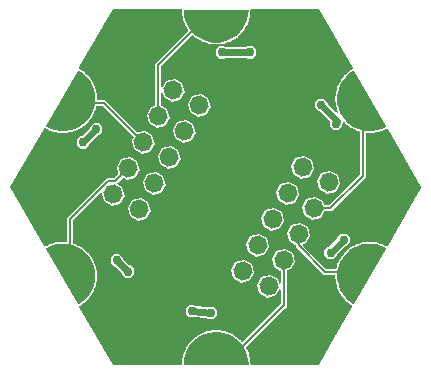
<source format=gbr>
G04 EAGLE Gerber RS-274X export*
G75*
%MOMM*%
%FSLAX34Y34*%
%LPD*%
%INBottom Copper*%
%IPPOS*%
%AMOC8*
5,1,8,0,0,1.08239X$1,22.5*%
G01*
%ADD10C,1.000000*%
%ADD11P,1.649562X8X82.500000*%
%ADD12P,1.649562X8X262.500000*%
%ADD13C,0.756400*%
%ADD14C,0.609600*%
%ADD15C,0.203200*%

G36*
X-67572Y319D02*
X-67572Y319D01*
X-67544Y316D01*
X-67476Y339D01*
X-67405Y353D01*
X-67382Y369D01*
X-67366Y374D01*
X-29786Y374D01*
X-29766Y377D01*
X-29747Y375D01*
X-29645Y397D01*
X-29543Y414D01*
X-29526Y423D01*
X-29506Y427D01*
X-29417Y481D01*
X-29326Y529D01*
X-29312Y543D01*
X-29295Y554D01*
X-29228Y632D01*
X-29156Y707D01*
X-29148Y725D01*
X-29135Y741D01*
X-29096Y837D01*
X-29053Y930D01*
X-29051Y950D01*
X-29043Y969D01*
X-29025Y1135D01*
X-29025Y1705D01*
X-29019Y1713D01*
X-29001Y1773D01*
X-28973Y1830D01*
X-28956Y1917D01*
X-28947Y1948D01*
X-28947Y1966D01*
X-28942Y1995D01*
X-28786Y4074D01*
X-28789Y4108D01*
X-28784Y4143D01*
X-28800Y4230D01*
X-28808Y4319D01*
X-28821Y4351D01*
X-28828Y4385D01*
X-28862Y4456D01*
X-28719Y5084D01*
X-28717Y5117D01*
X-28702Y5196D01*
X-28654Y5835D01*
X-28613Y5894D01*
X-28556Y5962D01*
X-28543Y5994D01*
X-28524Y6023D01*
X-28468Y6181D01*
X-27978Y8328D01*
X-27976Y8362D01*
X-27966Y8395D01*
X-27969Y8484D01*
X-27963Y8573D01*
X-27972Y8607D01*
X-27973Y8641D01*
X-27997Y8717D01*
X-27762Y9316D01*
X-27755Y9348D01*
X-27728Y9425D01*
X-27586Y10049D01*
X-27536Y10101D01*
X-27470Y10160D01*
X-27452Y10190D01*
X-27428Y10216D01*
X-27350Y10364D01*
X-26546Y12414D01*
X-26539Y12448D01*
X-26524Y12479D01*
X-26513Y12567D01*
X-26494Y12654D01*
X-26498Y12689D01*
X-26494Y12723D01*
X-26506Y12802D01*
X-26184Y13359D01*
X-26172Y13390D01*
X-26135Y13462D01*
X-25901Y14058D01*
X-25844Y14102D01*
X-25770Y14150D01*
X-25748Y14177D01*
X-25721Y14198D01*
X-25621Y14334D01*
X-24520Y16241D01*
X-24508Y16273D01*
X-24489Y16302D01*
X-24465Y16387D01*
X-24433Y16471D01*
X-24432Y16505D01*
X-24423Y16539D01*
X-24423Y16618D01*
X-24022Y17121D01*
X-24006Y17150D01*
X-23958Y17215D01*
X-23637Y17770D01*
X-23575Y17805D01*
X-23494Y17842D01*
X-23468Y17865D01*
X-23438Y17882D01*
X-23320Y18001D01*
X-21947Y19723D01*
X-21940Y19736D01*
X-21937Y19739D01*
X-21933Y19748D01*
X-21930Y19753D01*
X-21907Y19779D01*
X-21870Y19860D01*
X-21827Y19937D01*
X-21820Y19971D01*
X-21806Y20003D01*
X-21794Y20082D01*
X-21323Y20519D01*
X-21302Y20545D01*
X-21245Y20603D01*
X-20846Y21104D01*
X-20779Y21129D01*
X-20693Y21153D01*
X-20665Y21173D01*
X-20632Y21185D01*
X-20498Y21285D01*
X-18883Y22783D01*
X-18862Y22810D01*
X-18835Y22832D01*
X-18787Y22907D01*
X-18733Y22977D01*
X-18721Y23010D01*
X-18702Y23039D01*
X-18679Y23115D01*
X-18147Y23477D01*
X-18123Y23500D01*
X-18058Y23548D01*
X-17589Y23984D01*
X-17519Y23999D01*
X-17431Y24010D01*
X-17399Y24025D01*
X-17366Y24033D01*
X-17217Y24111D01*
X-15398Y25352D01*
X-15373Y25376D01*
X-15343Y25393D01*
X-15284Y25460D01*
X-15220Y25521D01*
X-15204Y25552D01*
X-15181Y25578D01*
X-15147Y25650D01*
X-14567Y25929D01*
X-14540Y25948D01*
X-14468Y25986D01*
X-13939Y26346D01*
X-13867Y26351D01*
X-13779Y26349D01*
X-13745Y26359D01*
X-13711Y26361D01*
X-13553Y26417D01*
X-11569Y27373D01*
X-11540Y27392D01*
X-11508Y27405D01*
X-11440Y27463D01*
X-11367Y27514D01*
X-11347Y27542D01*
X-11320Y27564D01*
X-11276Y27630D01*
X-10661Y27819D01*
X-10631Y27834D01*
X-10555Y27861D01*
X-9978Y28139D01*
X-9906Y28133D01*
X-9819Y28117D01*
X-9784Y28123D01*
X-9750Y28120D01*
X-9585Y28151D01*
X-7481Y28800D01*
X-7450Y28816D01*
X-7416Y28823D01*
X-7340Y28870D01*
X-7261Y28910D01*
X-7236Y28934D01*
X-7207Y28952D01*
X-7153Y29011D01*
X-6516Y29107D01*
X-6485Y29117D01*
X-6405Y29132D01*
X-5793Y29321D01*
X-5724Y29304D01*
X-5639Y29276D01*
X-5605Y29276D01*
X-5571Y29268D01*
X-5403Y29274D01*
X-3226Y29602D01*
X-3193Y29613D01*
X-3158Y29616D01*
X-3077Y29651D01*
X-2992Y29678D01*
X-2964Y29699D01*
X-2932Y29712D01*
X-2870Y29762D01*
X-2227Y29762D01*
X-2194Y29767D01*
X-2113Y29770D01*
X-1480Y29866D01*
X-1413Y29839D01*
X-1334Y29798D01*
X-1300Y29793D01*
X-1268Y29780D01*
X-1101Y29762D01*
X1101Y29762D01*
X1135Y29767D01*
X1170Y29765D01*
X1256Y29787D01*
X1344Y29801D01*
X1374Y29818D01*
X1408Y29826D01*
X1477Y29866D01*
X2113Y29770D01*
X2146Y29771D01*
X2227Y29762D01*
X2867Y29762D01*
X2929Y29725D01*
X3001Y29673D01*
X3034Y29663D01*
X3064Y29646D01*
X3226Y29602D01*
X5403Y29274D01*
X5438Y29275D01*
X5472Y29267D01*
X5560Y29276D01*
X5649Y29277D01*
X5682Y29289D01*
X5717Y29292D01*
X5790Y29322D01*
X6405Y29132D01*
X6438Y29127D01*
X6516Y29107D01*
X7150Y29011D01*
X7205Y28966D01*
X7269Y28904D01*
X7300Y28889D01*
X7327Y28867D01*
X7481Y28800D01*
X9585Y28151D01*
X9619Y28146D01*
X9652Y28134D01*
X9741Y28130D01*
X9829Y28118D01*
X9863Y28124D01*
X9897Y28122D01*
X9975Y28140D01*
X10555Y27861D01*
X10586Y27852D01*
X10661Y27819D01*
X11272Y27631D01*
X11321Y27578D01*
X11374Y27507D01*
X11403Y27487D01*
X11426Y27462D01*
X11569Y27373D01*
X13553Y26417D01*
X13586Y26407D01*
X13616Y26390D01*
X13703Y26373D01*
X13788Y26348D01*
X13823Y26349D01*
X13857Y26342D01*
X13936Y26348D01*
X14468Y25986D01*
X14498Y25972D01*
X14567Y25929D01*
X15144Y25651D01*
X15183Y25591D01*
X15226Y25513D01*
X15251Y25490D01*
X15271Y25461D01*
X15398Y25352D01*
X17217Y24111D01*
X17249Y24097D01*
X17276Y24075D01*
X17360Y24045D01*
X17440Y24007D01*
X17475Y24004D01*
X17507Y23992D01*
X17587Y23986D01*
X18058Y23548D01*
X18086Y23530D01*
X18147Y23477D01*
X18676Y23117D01*
X18707Y23052D01*
X18737Y22968D01*
X18759Y22941D01*
X18774Y22910D01*
X18883Y22783D01*
X20498Y21285D01*
X20526Y21266D01*
X20550Y21240D01*
X20628Y21198D01*
X20703Y21149D01*
X20736Y21140D01*
X20766Y21124D01*
X20844Y21106D01*
X21245Y20603D01*
X21270Y20581D01*
X21323Y20519D01*
X21798Y20078D01*
X21803Y20075D01*
X21807Y20070D01*
X21906Y20006D01*
X22003Y19942D01*
X22009Y19940D01*
X22013Y19937D01*
X22128Y19909D01*
X22241Y19878D01*
X22247Y19879D01*
X22252Y19877D01*
X22368Y19886D01*
X22486Y19894D01*
X22492Y19896D01*
X22497Y19897D01*
X22604Y19942D01*
X22714Y19987D01*
X22718Y19991D01*
X22724Y19993D01*
X22854Y20098D01*
X54386Y51629D01*
X54433Y51694D01*
X54449Y51711D01*
X54452Y51719D01*
X54499Y51773D01*
X54511Y51803D01*
X54530Y51829D01*
X54557Y51916D01*
X54591Y52001D01*
X54595Y52042D01*
X54602Y52064D01*
X54601Y52096D01*
X54609Y52168D01*
X54609Y63794D01*
X54602Y63842D01*
X54603Y63890D01*
X54582Y63962D01*
X54570Y64037D01*
X54547Y64079D01*
X54533Y64125D01*
X54490Y64188D01*
X54454Y64254D01*
X54420Y64287D01*
X54392Y64327D01*
X54331Y64372D01*
X54276Y64424D01*
X54233Y64444D01*
X54194Y64472D01*
X54122Y64495D01*
X54053Y64527D01*
X54005Y64533D01*
X53960Y64547D01*
X53884Y64546D01*
X53809Y64555D01*
X53762Y64544D01*
X53714Y64544D01*
X53642Y64518D01*
X53568Y64502D01*
X53527Y64478D01*
X53482Y64462D01*
X53422Y64415D01*
X53357Y64376D01*
X53326Y64340D01*
X53288Y64310D01*
X53212Y64206D01*
X53197Y64189D01*
X53195Y64183D01*
X53189Y64175D01*
X50362Y59278D01*
X43044Y57317D01*
X36483Y61105D01*
X34523Y68423D01*
X38310Y74984D01*
X45628Y76944D01*
X52189Y73157D01*
X53113Y69708D01*
X53123Y69686D01*
X53127Y69662D01*
X53173Y69575D01*
X53214Y69484D01*
X53230Y69466D01*
X53242Y69445D01*
X53314Y69377D01*
X53381Y69304D01*
X53402Y69292D01*
X53420Y69276D01*
X53510Y69234D01*
X53597Y69186D01*
X53621Y69182D01*
X53643Y69172D01*
X53742Y69161D01*
X53840Y69144D01*
X53864Y69148D01*
X53887Y69145D01*
X53985Y69166D01*
X54083Y69181D01*
X54104Y69192D01*
X54128Y69197D01*
X54213Y69248D01*
X54302Y69294D01*
X54318Y69311D01*
X54339Y69323D01*
X54404Y69399D01*
X54473Y69470D01*
X54483Y69492D01*
X54499Y69510D01*
X54536Y69603D01*
X54579Y69692D01*
X54582Y69716D01*
X54591Y69738D01*
X54609Y69905D01*
X54609Y79530D01*
X54598Y79597D01*
X54597Y79664D01*
X54579Y79717D01*
X54570Y79773D01*
X54538Y79833D01*
X54515Y79896D01*
X54481Y79941D01*
X54454Y79990D01*
X54406Y80037D01*
X54364Y80090D01*
X54300Y80137D01*
X54276Y80160D01*
X54257Y80168D01*
X54229Y80189D01*
X49183Y83102D01*
X47223Y90420D01*
X51010Y96981D01*
X58328Y98941D01*
X64889Y95154D01*
X66849Y87836D01*
X63062Y81275D01*
X60255Y80523D01*
X60215Y80505D01*
X60172Y80496D01*
X60104Y80455D01*
X60031Y80422D01*
X59999Y80392D01*
X59961Y80370D01*
X59909Y80309D01*
X59851Y80255D01*
X59830Y80216D01*
X59801Y80183D01*
X59771Y80109D01*
X59733Y80038D01*
X59726Y79995D01*
X59709Y79955D01*
X59693Y79810D01*
X59691Y79796D01*
X59691Y79793D01*
X59691Y79788D01*
X59691Y49748D01*
X57979Y48036D01*
X25542Y15599D01*
X25517Y15563D01*
X25484Y15534D01*
X25445Y15464D01*
X25399Y15399D01*
X25386Y15357D01*
X25364Y15319D01*
X25350Y15241D01*
X25326Y15164D01*
X25327Y15120D01*
X25319Y15077D01*
X25331Y14998D01*
X25333Y14918D01*
X25348Y14877D01*
X25354Y14834D01*
X25412Y14701D01*
X25417Y14687D01*
X25419Y14685D01*
X25421Y14680D01*
X25621Y14334D01*
X25643Y14307D01*
X25658Y14276D01*
X25721Y14212D01*
X25777Y14143D01*
X25806Y14125D01*
X25831Y14100D01*
X25900Y14061D01*
X26135Y13462D01*
X26151Y13433D01*
X26184Y13359D01*
X26504Y12804D01*
X26504Y12733D01*
X26495Y12644D01*
X26502Y12610D01*
X26502Y12576D01*
X26546Y12414D01*
X27350Y10364D01*
X27368Y10334D01*
X27378Y10301D01*
X27430Y10229D01*
X27476Y10153D01*
X27502Y10130D01*
X27523Y10102D01*
X27585Y10052D01*
X27728Y9425D01*
X27740Y9394D01*
X27762Y9316D01*
X27995Y8720D01*
X27984Y8649D01*
X27962Y8563D01*
X27965Y8529D01*
X27959Y8494D01*
X27978Y8328D01*
X28468Y6181D01*
X28481Y6149D01*
X28487Y6115D01*
X28528Y6035D01*
X28561Y5953D01*
X28584Y5927D01*
X28600Y5896D01*
X28654Y5838D01*
X28702Y5196D01*
X28710Y5164D01*
X28719Y5084D01*
X28861Y4459D01*
X28840Y4391D01*
X28805Y4309D01*
X28803Y4275D01*
X28792Y4241D01*
X28786Y4074D01*
X28942Y1995D01*
X28957Y1933D01*
X28962Y1870D01*
X28985Y1815D01*
X29000Y1756D01*
X29025Y1716D01*
X29025Y1135D01*
X29028Y1116D01*
X29026Y1096D01*
X29048Y995D01*
X29064Y893D01*
X29074Y875D01*
X29078Y856D01*
X29131Y767D01*
X29180Y675D01*
X29194Y662D01*
X29204Y644D01*
X29283Y577D01*
X29358Y506D01*
X29376Y498D01*
X29391Y485D01*
X29487Y446D01*
X29581Y402D01*
X29601Y400D01*
X29619Y393D01*
X29786Y374D01*
X67369Y374D01*
X67384Y362D01*
X67412Y355D01*
X67436Y341D01*
X67536Y324D01*
X67577Y314D01*
X67587Y315D01*
X67600Y313D01*
X86600Y313D01*
X86676Y329D01*
X86754Y337D01*
X86773Y348D01*
X86795Y353D01*
X86859Y397D01*
X86927Y435D01*
X86943Y454D01*
X86959Y465D01*
X86983Y503D01*
X87033Y563D01*
X96533Y17063D01*
X96542Y17091D01*
X96558Y17114D01*
X96573Y17184D01*
X96596Y17252D01*
X96593Y17281D01*
X96599Y17309D01*
X96586Y17379D01*
X96580Y17450D01*
X96567Y17476D01*
X96561Y17504D01*
X96554Y17515D01*
X115234Y49869D01*
X115241Y49887D01*
X115253Y49904D01*
X115284Y50002D01*
X115321Y50099D01*
X115321Y50119D01*
X115327Y50138D01*
X115326Y50241D01*
X115330Y50345D01*
X115324Y50364D01*
X115324Y50384D01*
X115289Y50481D01*
X115260Y50581D01*
X115248Y50597D01*
X115242Y50616D01*
X115178Y50697D01*
X115118Y50782D01*
X115102Y50794D01*
X115090Y50809D01*
X114955Y50909D01*
X114615Y51105D01*
X114611Y51114D01*
X114568Y51160D01*
X114533Y51212D01*
X114466Y51270D01*
X114444Y51294D01*
X114428Y51302D01*
X114406Y51321D01*
X112681Y52497D01*
X112649Y52511D01*
X112622Y52533D01*
X112539Y52563D01*
X112458Y52600D01*
X112423Y52604D01*
X112391Y52616D01*
X112312Y52622D01*
X111840Y53059D01*
X111812Y53077D01*
X111751Y53130D01*
X111221Y53491D01*
X111191Y53556D01*
X111160Y53639D01*
X111139Y53666D01*
X111124Y53698D01*
X111014Y53825D01*
X109398Y55323D01*
X109369Y55342D01*
X109345Y55368D01*
X109267Y55410D01*
X109193Y55459D01*
X109159Y55468D01*
X109129Y55485D01*
X109052Y55502D01*
X108650Y56005D01*
X108626Y56027D01*
X108573Y56089D01*
X108103Y56524D01*
X108083Y56593D01*
X108065Y56680D01*
X108048Y56710D01*
X108038Y56743D01*
X107948Y56885D01*
X106573Y58608D01*
X106548Y58631D01*
X106528Y58660D01*
X106457Y58713D01*
X106391Y58773D01*
X106359Y58787D01*
X106331Y58807D01*
X106257Y58836D01*
X105935Y59393D01*
X105914Y59419D01*
X105871Y59488D01*
X105472Y59988D01*
X105462Y60059D01*
X105457Y60148D01*
X105445Y60180D01*
X105440Y60214D01*
X105372Y60368D01*
X104270Y62277D01*
X104248Y62304D01*
X104232Y62335D01*
X104170Y62398D01*
X104114Y62467D01*
X104084Y62485D01*
X104060Y62510D01*
X103991Y62550D01*
X103756Y63149D01*
X103739Y63177D01*
X103707Y63251D01*
X103386Y63806D01*
X103387Y63877D01*
X103396Y63966D01*
X103388Y64000D01*
X103388Y64034D01*
X103344Y64196D01*
X102538Y66248D01*
X102521Y66278D01*
X102510Y66311D01*
X102458Y66383D01*
X102413Y66459D01*
X102386Y66482D01*
X102366Y66510D01*
X102304Y66559D01*
X102160Y67187D01*
X102148Y67217D01*
X102127Y67295D01*
X101893Y67891D01*
X101897Y67918D01*
X101898Y67920D01*
X101900Y67936D01*
X101904Y67962D01*
X101926Y68048D01*
X101923Y68083D01*
X101929Y68117D01*
X101924Y68157D01*
X101925Y68165D01*
X101921Y68183D01*
X101910Y68284D01*
X101419Y70433D01*
X101405Y70465D01*
X101400Y70499D01*
X101359Y70578D01*
X101326Y70660D01*
X101303Y70687D01*
X101287Y70718D01*
X101233Y70776D01*
X101185Y71417D01*
X101177Y71449D01*
X101168Y71530D01*
X101025Y72154D01*
X101047Y72222D01*
X101081Y72305D01*
X101084Y72339D01*
X101094Y72372D01*
X101100Y72540D01*
X100935Y74738D01*
X100927Y74771D01*
X100927Y74806D01*
X100898Y74890D01*
X100877Y74977D01*
X100858Y75006D01*
X100847Y75039D01*
X100802Y75104D01*
X100850Y75746D01*
X100847Y75779D01*
X100850Y75860D01*
X100835Y76068D01*
X100808Y76178D01*
X100784Y76290D01*
X100779Y76298D01*
X100777Y76307D01*
X100716Y76404D01*
X100657Y76501D01*
X100651Y76507D01*
X100646Y76515D01*
X100557Y76587D01*
X100470Y76661D01*
X100462Y76665D01*
X100455Y76670D01*
X100349Y76710D01*
X100242Y76753D01*
X100232Y76754D01*
X100225Y76757D01*
X100202Y76758D01*
X100076Y76772D01*
X91085Y76772D01*
X67195Y100662D01*
X67195Y101593D01*
X67184Y101660D01*
X67183Y101727D01*
X67165Y101780D01*
X67156Y101836D01*
X67124Y101895D01*
X67101Y101959D01*
X67067Y102004D01*
X67040Y102053D01*
X66992Y102100D01*
X66950Y102153D01*
X66886Y102200D01*
X66862Y102222D01*
X66843Y102231D01*
X66815Y102252D01*
X61883Y105099D01*
X59923Y112417D01*
X63710Y118978D01*
X71028Y120938D01*
X77589Y117151D01*
X79549Y109833D01*
X75762Y103272D01*
X73888Y102770D01*
X73801Y102731D01*
X73711Y102698D01*
X73689Y102681D01*
X73664Y102669D01*
X73594Y102604D01*
X73519Y102545D01*
X73504Y102521D01*
X73483Y102502D01*
X73438Y102418D01*
X73386Y102338D01*
X73379Y102310D01*
X73366Y102285D01*
X73350Y102191D01*
X73326Y102099D01*
X73328Y102071D01*
X73324Y102043D01*
X73338Y101949D01*
X73345Y101854D01*
X73356Y101828D01*
X73361Y101800D01*
X73404Y101715D01*
X73442Y101628D01*
X73464Y101600D01*
X73473Y101581D01*
X73497Y101558D01*
X73547Y101497D01*
X92967Y82076D01*
X93041Y82023D01*
X93110Y81964D01*
X93141Y81951D01*
X93167Y81933D01*
X93254Y81906D01*
X93339Y81872D01*
X93379Y81867D01*
X93402Y81860D01*
X93434Y81861D01*
X93505Y81853D01*
X100963Y81853D01*
X101020Y81863D01*
X101078Y81862D01*
X101141Y81882D01*
X101205Y81893D01*
X101257Y81920D01*
X101312Y81938D01*
X101365Y81977D01*
X101423Y82008D01*
X101463Y82050D01*
X101509Y82085D01*
X101547Y82139D01*
X101592Y82186D01*
X101617Y82239D01*
X101650Y82287D01*
X101682Y82381D01*
X101696Y82409D01*
X101697Y82424D01*
X101705Y82445D01*
X101905Y83323D01*
X101907Y83358D01*
X101917Y83391D01*
X101915Y83480D01*
X101920Y83569D01*
X101911Y83602D01*
X101910Y83637D01*
X101886Y83712D01*
X102121Y84312D01*
X102128Y84344D01*
X102155Y84421D01*
X102297Y85045D01*
X102346Y85097D01*
X102413Y85156D01*
X102430Y85186D01*
X102454Y85211D01*
X102532Y85360D01*
X103337Y87412D01*
X103344Y87446D01*
X103359Y87477D01*
X103370Y87565D01*
X103389Y87652D01*
X103385Y87687D01*
X103389Y87721D01*
X103377Y87800D01*
X103698Y88357D01*
X103710Y88388D01*
X103748Y88460D01*
X103982Y89056D01*
X104038Y89100D01*
X104113Y89148D01*
X104134Y89175D01*
X104162Y89197D01*
X104261Y89332D01*
X105362Y91241D01*
X105375Y91274D01*
X105394Y91302D01*
X105418Y91388D01*
X105449Y91471D01*
X105451Y91506D01*
X105460Y91539D01*
X105460Y91619D01*
X105861Y92122D01*
X105877Y92151D01*
X105925Y92216D01*
X106245Y92771D01*
X106307Y92806D01*
X106388Y92843D01*
X106414Y92866D01*
X106444Y92883D01*
X106562Y93002D01*
X107936Y94726D01*
X107953Y94756D01*
X107976Y94782D01*
X108013Y94863D01*
X108056Y94941D01*
X108063Y94975D01*
X108077Y95006D01*
X108088Y95085D01*
X108560Y95523D01*
X108580Y95549D01*
X108637Y95606D01*
X109037Y96107D01*
X109103Y96133D01*
X109189Y96157D01*
X109218Y96176D01*
X109250Y96189D01*
X109385Y96289D01*
X111000Y97788D01*
X111021Y97816D01*
X111048Y97837D01*
X111096Y97912D01*
X111151Y97983D01*
X111162Y98015D01*
X111181Y98045D01*
X111204Y98120D01*
X111736Y98483D01*
X111760Y98506D01*
X111825Y98554D01*
X112294Y98990D01*
X112364Y99005D01*
X112453Y99016D01*
X112484Y99031D01*
X112518Y99039D01*
X112666Y99117D01*
X114487Y100360D01*
X114512Y100384D01*
X114542Y100401D01*
X114600Y100468D01*
X114665Y100529D01*
X114681Y100560D01*
X114704Y100586D01*
X114738Y100658D01*
X115318Y100937D01*
X115345Y100956D01*
X115416Y100994D01*
X115945Y101355D01*
X116017Y101360D01*
X116106Y101358D01*
X116139Y101368D01*
X116174Y101370D01*
X116332Y101426D01*
X118317Y102383D01*
X118346Y102403D01*
X118378Y102415D01*
X118446Y102473D01*
X118519Y102524D01*
X118539Y102552D01*
X118566Y102574D01*
X118610Y102640D01*
X119225Y102830D01*
X119255Y102845D01*
X119331Y102871D01*
X119908Y103150D01*
X119980Y103144D01*
X120067Y103128D01*
X120101Y103133D01*
X120136Y103130D01*
X120301Y103162D01*
X122407Y103812D01*
X122438Y103828D01*
X122472Y103836D01*
X122548Y103882D01*
X122627Y103922D01*
X122651Y103946D01*
X122681Y103965D01*
X122735Y104023D01*
X123371Y104119D01*
X123403Y104129D01*
X123482Y104144D01*
X124094Y104333D01*
X124164Y104317D01*
X124248Y104289D01*
X124283Y104289D01*
X124317Y104281D01*
X124484Y104287D01*
X126664Y104616D01*
X126697Y104627D01*
X126731Y104630D01*
X126813Y104665D01*
X126898Y104692D01*
X126926Y104713D01*
X126958Y104726D01*
X127019Y104776D01*
X127663Y104776D01*
X127696Y104781D01*
X127777Y104784D01*
X128410Y104880D01*
X128476Y104853D01*
X128555Y104813D01*
X128590Y104808D01*
X128622Y104795D01*
X128789Y104776D01*
X130993Y104777D01*
X131027Y104783D01*
X131062Y104780D01*
X131148Y104802D01*
X131235Y104817D01*
X131266Y104833D01*
X131300Y104842D01*
X131368Y104882D01*
X132005Y104786D01*
X132038Y104786D01*
X132118Y104777D01*
X132759Y104778D01*
X132821Y104741D01*
X132893Y104689D01*
X132926Y104679D01*
X132956Y104662D01*
X133118Y104618D01*
X135298Y104291D01*
X135332Y104291D01*
X135366Y104284D01*
X135455Y104293D01*
X135543Y104294D01*
X135576Y104305D01*
X135611Y104309D01*
X135684Y104338D01*
X136300Y104149D01*
X136332Y104144D01*
X136411Y104123D01*
X137044Y104028D01*
X137100Y103983D01*
X137163Y103921D01*
X137194Y103906D01*
X137221Y103884D01*
X137375Y103817D01*
X139482Y103168D01*
X139501Y103165D01*
X139511Y103161D01*
X139525Y103160D01*
X139548Y103151D01*
X139637Y103147D01*
X139725Y103135D01*
X139759Y103141D01*
X139794Y103139D01*
X139871Y103157D01*
X140451Y102878D01*
X140483Y102869D01*
X140557Y102837D01*
X141169Y102648D01*
X141218Y102595D01*
X141271Y102524D01*
X141300Y102505D01*
X141323Y102479D01*
X141466Y102390D01*
X143346Y101485D01*
X143407Y101467D01*
X143464Y101440D01*
X143524Y101433D01*
X143582Y101416D01*
X143630Y101418D01*
X143995Y101207D01*
X144014Y101200D01*
X144030Y101188D01*
X144129Y101156D01*
X144225Y101120D01*
X144245Y101119D01*
X144264Y101113D01*
X144368Y101114D01*
X144471Y101111D01*
X144490Y101116D01*
X144510Y101117D01*
X144608Y101151D01*
X144707Y101181D01*
X144723Y101192D01*
X144742Y101199D01*
X144823Y101262D01*
X144908Y101322D01*
X144920Y101338D01*
X144936Y101350D01*
X145035Y101485D01*
X163704Y133821D01*
X163727Y133823D01*
X163798Y133823D01*
X163825Y133834D01*
X163854Y133837D01*
X163916Y133873D01*
X163981Y133900D01*
X164002Y133921D01*
X164027Y133935D01*
X164090Y134012D01*
X164120Y134043D01*
X164124Y134053D01*
X164133Y134063D01*
X173633Y150563D01*
X173643Y150595D01*
X173652Y150608D01*
X173656Y150633D01*
X173657Y150636D01*
X173688Y150707D01*
X173688Y150730D01*
X173696Y150752D01*
X173690Y150829D01*
X173691Y150906D01*
X173681Y150930D01*
X173680Y150950D01*
X173659Y150990D01*
X173633Y151062D01*
X173573Y151166D01*
X173572Y151169D01*
X173574Y151225D01*
X173555Y151290D01*
X173546Y151357D01*
X173514Y151430D01*
X173505Y151461D01*
X173493Y151478D01*
X173478Y151511D01*
X145310Y200298D01*
X145298Y200314D01*
X145290Y200332D01*
X145220Y200408D01*
X145154Y200489D01*
X145138Y200499D01*
X145124Y200514D01*
X145034Y200564D01*
X144946Y200619D01*
X144927Y200624D01*
X144909Y200634D01*
X144808Y200653D01*
X144707Y200677D01*
X144687Y200675D01*
X144668Y200679D01*
X144565Y200664D01*
X144462Y200655D01*
X144444Y200647D01*
X144424Y200644D01*
X144270Y200577D01*
X143639Y200213D01*
X143629Y200214D01*
X143568Y200200D01*
X143505Y200195D01*
X143421Y200166D01*
X143389Y200159D01*
X143374Y200150D01*
X143346Y200140D01*
X141466Y199235D01*
X141437Y199215D01*
X141405Y199202D01*
X141337Y199145D01*
X141264Y199094D01*
X141244Y199066D01*
X141217Y199043D01*
X141172Y198978D01*
X140557Y198788D01*
X140528Y198774D01*
X140451Y198747D01*
X139874Y198469D01*
X139803Y198475D01*
X139715Y198491D01*
X139681Y198485D01*
X139647Y198488D01*
X139482Y198457D01*
X137375Y197808D01*
X137344Y197792D01*
X137310Y197785D01*
X137235Y197738D01*
X137155Y197698D01*
X137130Y197674D01*
X137101Y197656D01*
X137047Y197597D01*
X136411Y197502D01*
X136379Y197492D01*
X136300Y197476D01*
X135688Y197288D01*
X135618Y197304D01*
X135534Y197333D01*
X135499Y197333D01*
X135465Y197341D01*
X135298Y197334D01*
X133118Y197007D01*
X133085Y196996D01*
X133050Y196993D01*
X132968Y196958D01*
X132884Y196931D01*
X132856Y196911D01*
X132824Y196897D01*
X132762Y196847D01*
X132118Y196848D01*
X132086Y196842D01*
X132005Y196839D01*
X131372Y196744D01*
X131305Y196771D01*
X131226Y196811D01*
X131192Y196816D01*
X131159Y196829D01*
X130993Y196848D01*
X128789Y196849D01*
X128754Y196843D01*
X128720Y196846D01*
X128634Y196823D01*
X128546Y196809D01*
X128515Y196793D01*
X128482Y196784D01*
X128413Y196744D01*
X127777Y196841D01*
X127744Y196840D01*
X127663Y196849D01*
X127202Y196849D01*
X127182Y196846D01*
X127163Y196848D01*
X127062Y196826D01*
X126959Y196810D01*
X126942Y196800D01*
X126922Y196796D01*
X126833Y196743D01*
X126742Y196695D01*
X126728Y196680D01*
X126711Y196670D01*
X126644Y196591D01*
X126573Y196516D01*
X126564Y196498D01*
X126551Y196483D01*
X126512Y196387D01*
X126469Y196293D01*
X126467Y196273D01*
X126459Y196255D01*
X126441Y196088D01*
X126441Y159360D01*
X97662Y130581D01*
X91968Y130581D01*
X91901Y130570D01*
X91834Y130569D01*
X91781Y130551D01*
X91725Y130542D01*
X91666Y130510D01*
X91602Y130487D01*
X91557Y130453D01*
X91508Y130426D01*
X91461Y130378D01*
X91408Y130336D01*
X91361Y130272D01*
X91339Y130248D01*
X91330Y130229D01*
X91309Y130201D01*
X88462Y125269D01*
X81144Y123309D01*
X74583Y127096D01*
X72623Y134414D01*
X76410Y140975D01*
X83728Y142936D01*
X90289Y139148D01*
X91071Y136227D01*
X91089Y136187D01*
X91099Y136144D01*
X91140Y136076D01*
X91173Y136003D01*
X91202Y135971D01*
X91225Y135933D01*
X91286Y135881D01*
X91340Y135823D01*
X91378Y135802D01*
X91412Y135773D01*
X91486Y135743D01*
X91556Y135705D01*
X91599Y135698D01*
X91640Y135681D01*
X91785Y135665D01*
X91798Y135663D01*
X91802Y135663D01*
X91807Y135663D01*
X95242Y135663D01*
X95332Y135678D01*
X95423Y135685D01*
X95453Y135697D01*
X95485Y135703D01*
X95565Y135745D01*
X95649Y135781D01*
X95681Y135807D01*
X95702Y135818D01*
X95724Y135841D01*
X95780Y135886D01*
X121136Y161242D01*
X121181Y161305D01*
X121206Y161331D01*
X121211Y161341D01*
X121249Y161385D01*
X121261Y161416D01*
X121280Y161442D01*
X121307Y161529D01*
X121341Y161614D01*
X121345Y161654D01*
X121352Y161677D01*
X121351Y161709D01*
X121359Y161780D01*
X121359Y197575D01*
X121355Y197604D01*
X121357Y197633D01*
X121335Y197725D01*
X121320Y197817D01*
X121306Y197843D01*
X121299Y197872D01*
X121248Y197952D01*
X121204Y198035D01*
X121183Y198055D01*
X121167Y198080D01*
X121094Y198139D01*
X121026Y198204D01*
X120999Y198216D01*
X120976Y198235D01*
X120823Y198302D01*
X120301Y198463D01*
X120266Y198468D01*
X120234Y198480D01*
X120145Y198485D01*
X120057Y198497D01*
X120023Y198490D01*
X119988Y198492D01*
X119911Y198474D01*
X119331Y198754D01*
X119300Y198763D01*
X119225Y198795D01*
X118613Y198984D01*
X118565Y199037D01*
X118511Y199108D01*
X118483Y199128D01*
X118459Y199153D01*
X118317Y199242D01*
X116332Y200199D01*
X116299Y200209D01*
X116268Y200226D01*
X116181Y200244D01*
X116096Y200269D01*
X116061Y200267D01*
X116027Y200274D01*
X115948Y200268D01*
X115416Y200631D01*
X115386Y200645D01*
X115318Y200688D01*
X114741Y200966D01*
X114701Y201026D01*
X114659Y201104D01*
X114633Y201127D01*
X114614Y201156D01*
X114487Y201265D01*
X112666Y202508D01*
X112634Y202522D01*
X112607Y202544D01*
X112524Y202574D01*
X112443Y202611D01*
X112408Y202615D01*
X112376Y202627D01*
X112297Y202633D01*
X111825Y203071D01*
X111798Y203089D01*
X111736Y203142D01*
X111207Y203503D01*
X111177Y203567D01*
X111146Y203651D01*
X111125Y203678D01*
X111110Y203710D01*
X111000Y203837D01*
X109385Y205336D01*
X109356Y205356D01*
X109332Y205381D01*
X109254Y205423D01*
X109180Y205472D01*
X109147Y205481D01*
X109116Y205498D01*
X109039Y205515D01*
X108637Y206019D01*
X108613Y206041D01*
X108560Y206102D01*
X108386Y206264D01*
X108338Y206296D01*
X108296Y206336D01*
X108236Y206364D01*
X108181Y206400D01*
X108125Y206415D01*
X108073Y206439D01*
X108007Y206447D01*
X107943Y206464D01*
X107886Y206460D01*
X107828Y206466D01*
X107764Y206452D01*
X107698Y206448D01*
X107644Y206426D01*
X107588Y206414D01*
X107531Y206380D01*
X107470Y206355D01*
X107426Y206318D01*
X107377Y206288D01*
X107334Y206238D01*
X107284Y206195D01*
X107254Y206145D01*
X107217Y206101D01*
X107192Y206040D01*
X107159Y205983D01*
X107147Y205927D01*
X107125Y205873D01*
X107114Y205773D01*
X107107Y205742D01*
X107109Y205728D01*
X107107Y205706D01*
X107107Y205126D01*
X107077Y205084D01*
X107017Y205014D01*
X107005Y204984D01*
X106986Y204958D01*
X106959Y204871D01*
X106925Y204786D01*
X106921Y204745D01*
X106914Y204723D01*
X106915Y204691D01*
X106907Y204619D01*
X106907Y202589D01*
X103798Y199481D01*
X99402Y199481D01*
X96293Y202589D01*
X96293Y206487D01*
X96279Y206577D01*
X96271Y206668D01*
X96259Y206698D01*
X96254Y206730D01*
X96211Y206811D01*
X96175Y206894D01*
X96149Y206927D01*
X96138Y206947D01*
X96115Y206969D01*
X96070Y207025D01*
X87963Y215133D01*
X87889Y215186D01*
X87819Y215245D01*
X87789Y215258D01*
X87763Y215276D01*
X87676Y215303D01*
X87591Y215337D01*
X87550Y215342D01*
X87528Y215349D01*
X87496Y215348D01*
X87425Y215356D01*
X86702Y215356D01*
X83593Y218464D01*
X83593Y222861D01*
X86702Y225969D01*
X91098Y225969D01*
X94207Y222861D01*
X94207Y222138D01*
X94221Y222048D01*
X94229Y221957D01*
X94241Y221927D01*
X94246Y221895D01*
X94289Y221814D01*
X94325Y221731D01*
X94351Y221698D01*
X94362Y221678D01*
X94385Y221656D01*
X94430Y221600D01*
X101740Y214289D01*
X101813Y214237D01*
X101882Y214178D01*
X101913Y214165D01*
X101940Y214146D01*
X102026Y214119D01*
X102110Y214085D01*
X102143Y214083D01*
X102175Y214073D01*
X102265Y214076D01*
X102355Y214070D01*
X102387Y214079D01*
X102421Y214080D01*
X102506Y214111D01*
X102593Y214134D01*
X102620Y214153D01*
X102652Y214164D01*
X102722Y214221D01*
X102797Y214270D01*
X102818Y214297D01*
X102844Y214318D01*
X102893Y214394D01*
X102948Y214465D01*
X102959Y214497D01*
X102977Y214525D01*
X102999Y214612D01*
X103028Y214697D01*
X103029Y214731D01*
X103037Y214763D01*
X103030Y214853D01*
X103031Y214943D01*
X103020Y214985D01*
X103018Y215008D01*
X103005Y215038D01*
X102987Y215105D01*
X102532Y216265D01*
X102515Y216295D01*
X102504Y216328D01*
X102452Y216400D01*
X102407Y216477D01*
X102380Y216500D01*
X102360Y216528D01*
X102298Y216577D01*
X102155Y217204D01*
X102143Y217235D01*
X102121Y217313D01*
X101888Y217909D01*
X101899Y217980D01*
X101921Y218066D01*
X101918Y218101D01*
X101924Y218135D01*
X101905Y218302D01*
X101415Y220451D01*
X101402Y220483D01*
X101397Y220517D01*
X101356Y220596D01*
X101322Y220679D01*
X101300Y220705D01*
X101284Y220736D01*
X101230Y220794D01*
X101182Y221436D01*
X101174Y221468D01*
X101165Y221548D01*
X101023Y222173D01*
X101044Y222241D01*
X101079Y222323D01*
X101082Y222358D01*
X101092Y222391D01*
X101098Y222558D01*
X100934Y224756D01*
X100926Y224790D01*
X100926Y224825D01*
X100897Y224909D01*
X100876Y224995D01*
X100858Y225025D01*
X100847Y225058D01*
X100802Y225123D01*
X100850Y225765D01*
X100847Y225798D01*
X100850Y225879D01*
X100803Y226517D01*
X100834Y226582D01*
X100881Y226658D01*
X100889Y226691D01*
X100904Y226722D01*
X100935Y226887D01*
X101100Y229085D01*
X101097Y229120D01*
X101102Y229154D01*
X101087Y229242D01*
X101079Y229330D01*
X101065Y229362D01*
X101059Y229396D01*
X101024Y229468D01*
X101168Y230095D01*
X101170Y230128D01*
X101185Y230208D01*
X101233Y230846D01*
X101274Y230905D01*
X101331Y230973D01*
X101344Y231005D01*
X101363Y231034D01*
X101419Y231192D01*
X101910Y233341D01*
X101912Y233376D01*
X101922Y233409D01*
X101919Y233498D01*
X101925Y233587D01*
X101916Y233620D01*
X101915Y233655D01*
X101892Y233731D01*
X102127Y234330D01*
X102134Y234362D01*
X102160Y234438D01*
X102303Y235063D01*
X102352Y235115D01*
X102419Y235174D01*
X102436Y235204D01*
X102460Y235229D01*
X102538Y235377D01*
X103344Y237429D01*
X103352Y237463D01*
X103367Y237494D01*
X103377Y237582D01*
X103396Y237669D01*
X103392Y237704D01*
X103396Y237738D01*
X103385Y237817D01*
X103707Y238374D01*
X103718Y238405D01*
X103756Y238476D01*
X103990Y239072D01*
X104047Y239117D01*
X104121Y239165D01*
X104143Y239192D01*
X104170Y239213D01*
X104270Y239348D01*
X105372Y241257D01*
X105385Y241289D01*
X105404Y241318D01*
X105428Y241404D01*
X105459Y241487D01*
X105461Y241522D01*
X105470Y241555D01*
X105470Y241634D01*
X105871Y242137D01*
X105887Y242166D01*
X105935Y242232D01*
X106256Y242786D01*
X106318Y242821D01*
X106399Y242858D01*
X106425Y242881D01*
X106455Y242898D01*
X106573Y243017D01*
X107948Y244740D01*
X107965Y244770D01*
X107989Y244796D01*
X108025Y244877D01*
X108068Y244955D01*
X108075Y244989D01*
X108089Y245020D01*
X108101Y245099D01*
X108573Y245536D01*
X108593Y245562D01*
X108650Y245620D01*
X109050Y246120D01*
X109116Y246146D01*
X109202Y246170D01*
X109231Y246190D01*
X109263Y246202D01*
X109398Y246302D01*
X111014Y247800D01*
X111035Y247828D01*
X111063Y247849D01*
X111111Y247924D01*
X111165Y247995D01*
X111177Y248027D01*
X111195Y248056D01*
X111219Y248132D01*
X111751Y248495D01*
X111775Y248518D01*
X111840Y248566D01*
X112309Y249001D01*
X112379Y249016D01*
X112467Y249027D01*
X112499Y249042D01*
X112533Y249050D01*
X112681Y249128D01*
X114406Y250304D01*
X114451Y250347D01*
X114503Y250383D01*
X114540Y250431D01*
X114584Y250473D01*
X114606Y250515D01*
X115230Y250875D01*
X115245Y250888D01*
X115264Y250896D01*
X115340Y250965D01*
X115420Y251031D01*
X115431Y251048D01*
X115446Y251061D01*
X115496Y251151D01*
X115551Y251239D01*
X115556Y251259D01*
X115565Y251276D01*
X115584Y251377D01*
X115609Y251478D01*
X115607Y251498D01*
X115610Y251518D01*
X115596Y251620D01*
X115587Y251723D01*
X115579Y251741D01*
X115576Y251761D01*
X115509Y251915D01*
X86877Y301505D01*
X86834Y301558D01*
X86800Y301616D01*
X86757Y301652D01*
X86721Y301696D01*
X86664Y301731D01*
X86613Y301775D01*
X86560Y301797D01*
X86513Y301826D01*
X86447Y301842D01*
X86384Y301867D01*
X86306Y301876D01*
X86274Y301884D01*
X86253Y301882D01*
X86218Y301886D01*
X29817Y301886D01*
X29704Y301867D01*
X29591Y301852D01*
X29583Y301848D01*
X29574Y301846D01*
X29473Y301793D01*
X29371Y301741D01*
X29365Y301735D01*
X29357Y301731D01*
X29278Y301648D01*
X29198Y301567D01*
X29194Y301559D01*
X29188Y301553D01*
X29139Y301449D01*
X29089Y301346D01*
X29087Y301336D01*
X29084Y301330D01*
X29081Y301307D01*
X29058Y301182D01*
X29027Y300765D01*
X29029Y300744D01*
X29025Y300708D01*
X29025Y299920D01*
X29019Y299912D01*
X29001Y299852D01*
X28973Y299795D01*
X28956Y299708D01*
X28947Y299677D01*
X28947Y299659D01*
X28942Y299630D01*
X28786Y297551D01*
X28789Y297517D01*
X28784Y297482D01*
X28800Y297395D01*
X28807Y297306D01*
X28821Y297274D01*
X28828Y297240D01*
X28862Y297169D01*
X28719Y296541D01*
X28717Y296508D01*
X28702Y296429D01*
X28654Y295790D01*
X28613Y295731D01*
X28556Y295663D01*
X28543Y295631D01*
X28524Y295603D01*
X28468Y295444D01*
X27978Y293297D01*
X27976Y293263D01*
X27966Y293230D01*
X27969Y293141D01*
X27963Y293052D01*
X27972Y293018D01*
X27973Y292984D01*
X27997Y292908D01*
X27762Y292309D01*
X27755Y292277D01*
X27728Y292200D01*
X27586Y291576D01*
X27536Y291524D01*
X27470Y291465D01*
X27452Y291435D01*
X27428Y291409D01*
X27350Y291261D01*
X26546Y289211D01*
X26539Y289177D01*
X26524Y289146D01*
X26513Y289058D01*
X26494Y288971D01*
X26498Y288936D01*
X26494Y288902D01*
X26506Y288823D01*
X26184Y288266D01*
X26172Y288235D01*
X26135Y288163D01*
X25901Y287567D01*
X25844Y287523D01*
X25770Y287475D01*
X25748Y287448D01*
X25721Y287427D01*
X25621Y287291D01*
X24520Y285384D01*
X24508Y285352D01*
X24489Y285323D01*
X24465Y285238D01*
X24433Y285154D01*
X24432Y285120D01*
X24423Y285086D01*
X24423Y285007D01*
X24022Y284504D01*
X24005Y284475D01*
X23957Y284410D01*
X23637Y283855D01*
X23575Y283820D01*
X23494Y283783D01*
X23469Y283760D01*
X23438Y283743D01*
X23320Y283624D01*
X21947Y281902D01*
X21930Y281872D01*
X21907Y281847D01*
X21870Y281765D01*
X21827Y281688D01*
X21820Y281654D01*
X21806Y281622D01*
X21794Y281543D01*
X21323Y281106D01*
X21302Y281080D01*
X21245Y281022D01*
X20846Y280521D01*
X20779Y280496D01*
X20693Y280472D01*
X20665Y280452D01*
X20632Y280440D01*
X20498Y280340D01*
X18883Y278842D01*
X18862Y278815D01*
X18835Y278793D01*
X18787Y278718D01*
X18733Y278648D01*
X18721Y278615D01*
X18702Y278586D01*
X18679Y278510D01*
X18147Y278148D01*
X18123Y278125D01*
X18058Y278077D01*
X17589Y277641D01*
X17519Y277626D01*
X17431Y277615D01*
X17399Y277600D01*
X17366Y277592D01*
X17217Y277514D01*
X15398Y276273D01*
X15373Y276249D01*
X15343Y276232D01*
X15284Y276165D01*
X15220Y276104D01*
X15204Y276073D01*
X15181Y276047D01*
X15147Y275975D01*
X14567Y275696D01*
X14540Y275677D01*
X14468Y275639D01*
X13939Y275279D01*
X13867Y275274D01*
X13779Y275276D01*
X13745Y275266D01*
X13711Y275264D01*
X13553Y275208D01*
X11569Y274252D01*
X11540Y274232D01*
X11508Y274220D01*
X11440Y274162D01*
X11367Y274111D01*
X11347Y274083D01*
X11320Y274061D01*
X11276Y273995D01*
X10661Y273806D01*
X10631Y273791D01*
X10555Y273764D01*
X9978Y273486D01*
X9906Y273492D01*
X9819Y273508D01*
X9784Y273502D01*
X9750Y273505D01*
X9585Y273474D01*
X7481Y272825D01*
X7450Y272809D01*
X7416Y272802D01*
X7340Y272755D01*
X7261Y272715D01*
X7236Y272691D01*
X7207Y272673D01*
X7153Y272614D01*
X6516Y272518D01*
X6485Y272508D01*
X6405Y272493D01*
X5793Y272304D01*
X5724Y272321D01*
X5639Y272349D01*
X5605Y272349D01*
X5571Y272357D01*
X5403Y272351D01*
X3226Y272023D01*
X3193Y272012D01*
X3158Y272009D01*
X3077Y271974D01*
X2992Y271947D01*
X2964Y271926D01*
X2932Y271913D01*
X2801Y271808D01*
X2712Y271719D01*
X2670Y271661D01*
X2668Y271659D01*
X2666Y271660D01*
X2663Y271664D01*
X2564Y271726D01*
X2463Y271791D01*
X2458Y271792D01*
X2454Y271795D01*
X2340Y271822D01*
X2225Y271851D01*
X2220Y271850D01*
X2215Y271851D01*
X2047Y271845D01*
X1480Y271759D01*
X1413Y271786D01*
X1334Y271827D01*
X1300Y271832D01*
X1268Y271845D01*
X1101Y271863D01*
X-1101Y271863D01*
X-1135Y271858D01*
X-1170Y271860D01*
X-1256Y271838D01*
X-1344Y271824D01*
X-1374Y271807D01*
X-1408Y271799D01*
X-1477Y271759D01*
X-2113Y271855D01*
X-2146Y271854D01*
X-2227Y271863D01*
X-2867Y271863D01*
X-2929Y271900D01*
X-3001Y271952D01*
X-3034Y271962D01*
X-3064Y271979D01*
X-3226Y272023D01*
X-5403Y272351D01*
X-5438Y272350D01*
X-5472Y272358D01*
X-5560Y272349D01*
X-5649Y272348D01*
X-5682Y272336D01*
X-5717Y272333D01*
X-5790Y272303D01*
X-6405Y272493D01*
X-6438Y272498D01*
X-6516Y272518D01*
X-7150Y272614D01*
X-7205Y272659D01*
X-7269Y272721D01*
X-7300Y272736D01*
X-7327Y272758D01*
X-7481Y272825D01*
X-9585Y273474D01*
X-9619Y273479D01*
X-9652Y273491D01*
X-9741Y273495D01*
X-9829Y273507D01*
X-9863Y273501D01*
X-9897Y273503D01*
X-9975Y273485D01*
X-10555Y273764D01*
X-10586Y273773D01*
X-10661Y273806D01*
X-11273Y273994D01*
X-11321Y274047D01*
X-11374Y274118D01*
X-11403Y274138D01*
X-11426Y274163D01*
X-11569Y274252D01*
X-13553Y275208D01*
X-13586Y275218D01*
X-13616Y275235D01*
X-13703Y275252D01*
X-13788Y275277D01*
X-13823Y275276D01*
X-13857Y275283D01*
X-13936Y275277D01*
X-14468Y275639D01*
X-14498Y275653D01*
X-14567Y275696D01*
X-15144Y275974D01*
X-15183Y276034D01*
X-15226Y276112D01*
X-15251Y276135D01*
X-15271Y276164D01*
X-15398Y276273D01*
X-17217Y277514D01*
X-17249Y277528D01*
X-17276Y277550D01*
X-17360Y277580D01*
X-17440Y277618D01*
X-17475Y277621D01*
X-17507Y277633D01*
X-17587Y277639D01*
X-18058Y278077D01*
X-18086Y278095D01*
X-18147Y278148D01*
X-18676Y278508D01*
X-18707Y278573D01*
X-18737Y278657D01*
X-18759Y278684D01*
X-18774Y278715D01*
X-18883Y278842D01*
X-19328Y279255D01*
X-19333Y279258D01*
X-19336Y279262D01*
X-19436Y279326D01*
X-19533Y279391D01*
X-19538Y279392D01*
X-19543Y279395D01*
X-19657Y279424D01*
X-19771Y279454D01*
X-19776Y279454D01*
X-19782Y279455D01*
X-19898Y279446D01*
X-20016Y279439D01*
X-20021Y279437D01*
X-20027Y279436D01*
X-20134Y279391D01*
X-20244Y279346D01*
X-20248Y279342D01*
X-20253Y279340D01*
X-20384Y279235D01*
X-46449Y253171D01*
X-46502Y253097D01*
X-46561Y253027D01*
X-46574Y252997D01*
X-46592Y252971D01*
X-46619Y252884D01*
X-46653Y252799D01*
X-46658Y252758D01*
X-46665Y252736D01*
X-46664Y252704D01*
X-46672Y252632D01*
X-46672Y236243D01*
X-46664Y236196D01*
X-46666Y236148D01*
X-46644Y236075D01*
X-46632Y236000D01*
X-46610Y235958D01*
X-46596Y235912D01*
X-46552Y235850D01*
X-46517Y235783D01*
X-46482Y235750D01*
X-46455Y235711D01*
X-46394Y235666D01*
X-46339Y235614D01*
X-46295Y235593D01*
X-46256Y235565D01*
X-46184Y235542D01*
X-46116Y235510D01*
X-46068Y235505D01*
X-46022Y235490D01*
X-45946Y235491D01*
X-45871Y235483D01*
X-45824Y235493D01*
X-45776Y235494D01*
X-45705Y235519D01*
X-45631Y235535D01*
X-45590Y235560D01*
X-45544Y235576D01*
X-45485Y235623D01*
X-45420Y235661D01*
X-45388Y235698D01*
X-45351Y235727D01*
X-45274Y235831D01*
X-45260Y235848D01*
X-45257Y235854D01*
X-45251Y235863D01*
X-42424Y240759D01*
X-35106Y242720D01*
X-28546Y238932D01*
X-26585Y231615D01*
X-30373Y225054D01*
X-37691Y223093D01*
X-44251Y226881D01*
X-45175Y230329D01*
X-45185Y230351D01*
X-45189Y230375D01*
X-45236Y230463D01*
X-45276Y230554D01*
X-45293Y230571D01*
X-45304Y230592D01*
X-45376Y230661D01*
X-45444Y230734D01*
X-45465Y230745D01*
X-45482Y230762D01*
X-45573Y230804D01*
X-45660Y230851D01*
X-45684Y230855D01*
X-45706Y230865D01*
X-45804Y230876D01*
X-45902Y230894D01*
X-45926Y230890D01*
X-45950Y230893D01*
X-46047Y230872D01*
X-46145Y230856D01*
X-46167Y230845D01*
X-46190Y230840D01*
X-46276Y230789D01*
X-46364Y230744D01*
X-46381Y230727D01*
X-46401Y230714D01*
X-46466Y230639D01*
X-46535Y230567D01*
X-46546Y230546D01*
X-46561Y230527D01*
X-46599Y230435D01*
X-46641Y230345D01*
X-46644Y230321D01*
X-46653Y230299D01*
X-46672Y230132D01*
X-46672Y220507D01*
X-46661Y220441D01*
X-46660Y220373D01*
X-46641Y220320D01*
X-46632Y220265D01*
X-46600Y220205D01*
X-46578Y220141D01*
X-46543Y220097D01*
X-46517Y220047D01*
X-46468Y220001D01*
X-46426Y219947D01*
X-46362Y219901D01*
X-46339Y219878D01*
X-46320Y219869D01*
X-46291Y219848D01*
X-41246Y216935D01*
X-39285Y209618D01*
X-43073Y203057D01*
X-50391Y201096D01*
X-56951Y204884D01*
X-58912Y212202D01*
X-55124Y218762D01*
X-52317Y219514D01*
X-52278Y219532D01*
X-52235Y219542D01*
X-52166Y219583D01*
X-52093Y219616D01*
X-52061Y219645D01*
X-52024Y219668D01*
X-51972Y219729D01*
X-51913Y219783D01*
X-51892Y219821D01*
X-51864Y219855D01*
X-51834Y219929D01*
X-51796Y219999D01*
X-51788Y220042D01*
X-51772Y220083D01*
X-51756Y220228D01*
X-51753Y220241D01*
X-51754Y220245D01*
X-51753Y220250D01*
X-51753Y255052D01*
X-50042Y256764D01*
X-23799Y283007D01*
X-23773Y283042D01*
X-23741Y283072D01*
X-23702Y283142D01*
X-23655Y283206D01*
X-23643Y283248D01*
X-23621Y283287D01*
X-23607Y283365D01*
X-23583Y283441D01*
X-23584Y283485D01*
X-23576Y283528D01*
X-23586Y283595D01*
X-23585Y283599D01*
X-23587Y283608D01*
X-23589Y283687D01*
X-23605Y283728D01*
X-23611Y283772D01*
X-23635Y283828D01*
X-23638Y283839D01*
X-23647Y283855D01*
X-23669Y283905D01*
X-23674Y283918D01*
X-23676Y283921D01*
X-23678Y283926D01*
X-23958Y284410D01*
X-23978Y284435D01*
X-24022Y284504D01*
X-24421Y285004D01*
X-24431Y285075D01*
X-24435Y285164D01*
X-24448Y285196D01*
X-24453Y285231D01*
X-24520Y285384D01*
X-25621Y287291D01*
X-25643Y287318D01*
X-25658Y287349D01*
X-25721Y287413D01*
X-25777Y287482D01*
X-25806Y287500D01*
X-25831Y287525D01*
X-25900Y287564D01*
X-26135Y288163D01*
X-26151Y288192D01*
X-26184Y288266D01*
X-26504Y288821D01*
X-26504Y288892D01*
X-26495Y288981D01*
X-26502Y289015D01*
X-26502Y289049D01*
X-26546Y289211D01*
X-27350Y291261D01*
X-27368Y291291D01*
X-27378Y291324D01*
X-27430Y291396D01*
X-27476Y291472D01*
X-27502Y291495D01*
X-27523Y291523D01*
X-27585Y291573D01*
X-27728Y292200D01*
X-27740Y292231D01*
X-27762Y292309D01*
X-27995Y292905D01*
X-27984Y292976D01*
X-27962Y293062D01*
X-27965Y293096D01*
X-27959Y293131D01*
X-27978Y293297D01*
X-28468Y295444D01*
X-28481Y295476D01*
X-28487Y295510D01*
X-28528Y295590D01*
X-28561Y295672D01*
X-28584Y295698D01*
X-28600Y295729D01*
X-28654Y295787D01*
X-28702Y296429D01*
X-28710Y296461D01*
X-28719Y296541D01*
X-28861Y297166D01*
X-28840Y297234D01*
X-28805Y297316D01*
X-28803Y297351D01*
X-28792Y297384D01*
X-28786Y297551D01*
X-28942Y299630D01*
X-28957Y299692D01*
X-28962Y299755D01*
X-28985Y299810D01*
X-29000Y299869D01*
X-29025Y299909D01*
X-29025Y300708D01*
X-29028Y300729D01*
X-29027Y300765D01*
X-29058Y301182D01*
X-29085Y301293D01*
X-29109Y301404D01*
X-29114Y301412D01*
X-29116Y301421D01*
X-29177Y301518D01*
X-29235Y301616D01*
X-29242Y301621D01*
X-29247Y301629D01*
X-29335Y301701D01*
X-29422Y301775D01*
X-29431Y301779D01*
X-29437Y301784D01*
X-29544Y301825D01*
X-29650Y301867D01*
X-29661Y301869D01*
X-29668Y301871D01*
X-29691Y301872D01*
X-29817Y301886D01*
X-86980Y301886D01*
X-87046Y301875D01*
X-87114Y301874D01*
X-87167Y301855D01*
X-87223Y301846D01*
X-87282Y301815D01*
X-87346Y301792D01*
X-87390Y301757D01*
X-87440Y301731D01*
X-87486Y301682D01*
X-87540Y301640D01*
X-87587Y301577D01*
X-87609Y301553D01*
X-87618Y301534D01*
X-87639Y301505D01*
X-116058Y252282D01*
X-116099Y252175D01*
X-116142Y252069D01*
X-116142Y252060D01*
X-116145Y252052D01*
X-116150Y251937D01*
X-116156Y251824D01*
X-116154Y251815D01*
X-116154Y251807D01*
X-116122Y251696D01*
X-116092Y251586D01*
X-116087Y251579D01*
X-116085Y251571D01*
X-116018Y251476D01*
X-115955Y251382D01*
X-115947Y251375D01*
X-115943Y251369D01*
X-115925Y251356D01*
X-115828Y251273D01*
X-115346Y250945D01*
X-115336Y250940D01*
X-115332Y250936D01*
X-115322Y250932D01*
X-115298Y250914D01*
X-114615Y250520D01*
X-114611Y250511D01*
X-114568Y250465D01*
X-114533Y250413D01*
X-114466Y250355D01*
X-114444Y250331D01*
X-114428Y250323D01*
X-114406Y250304D01*
X-112681Y249128D01*
X-112649Y249114D01*
X-112622Y249092D01*
X-112539Y249062D01*
X-112458Y249025D01*
X-112423Y249021D01*
X-112391Y249009D01*
X-112312Y249003D01*
X-111840Y248566D01*
X-111812Y248548D01*
X-111751Y248495D01*
X-111221Y248134D01*
X-111191Y248069D01*
X-111160Y247986D01*
X-111139Y247959D01*
X-111124Y247927D01*
X-111014Y247800D01*
X-109398Y246302D01*
X-109369Y246283D01*
X-109345Y246257D01*
X-109267Y246215D01*
X-109193Y246166D01*
X-109160Y246157D01*
X-109129Y246140D01*
X-109052Y246123D01*
X-108650Y245620D01*
X-108626Y245598D01*
X-108573Y245536D01*
X-108103Y245101D01*
X-108083Y245032D01*
X-108065Y244945D01*
X-108048Y244915D01*
X-108038Y244882D01*
X-107948Y244740D01*
X-106573Y243017D01*
X-106548Y242994D01*
X-106528Y242965D01*
X-106457Y242912D01*
X-106391Y242852D01*
X-106359Y242838D01*
X-106331Y242818D01*
X-106257Y242789D01*
X-105935Y242232D01*
X-105914Y242206D01*
X-105871Y242137D01*
X-105472Y241637D01*
X-105462Y241566D01*
X-105457Y241477D01*
X-105445Y241445D01*
X-105440Y241411D01*
X-105372Y241257D01*
X-104270Y239348D01*
X-104248Y239321D01*
X-104232Y239290D01*
X-104170Y239227D01*
X-104114Y239158D01*
X-104084Y239140D01*
X-104060Y239115D01*
X-103991Y239075D01*
X-103756Y238476D01*
X-103739Y238448D01*
X-103707Y238374D01*
X-103386Y237819D01*
X-103387Y237748D01*
X-103396Y237659D01*
X-103388Y237625D01*
X-103388Y237591D01*
X-103344Y237429D01*
X-102538Y235377D01*
X-102521Y235347D01*
X-102510Y235314D01*
X-102458Y235242D01*
X-102413Y235166D01*
X-102386Y235143D01*
X-102366Y235115D01*
X-102304Y235066D01*
X-102160Y234438D01*
X-102148Y234408D01*
X-102127Y234330D01*
X-101893Y233734D01*
X-101904Y233663D01*
X-101926Y233577D01*
X-101923Y233542D01*
X-101929Y233508D01*
X-101910Y233341D01*
X-101419Y231192D01*
X-101405Y231160D01*
X-101400Y231126D01*
X-101359Y231047D01*
X-101326Y230965D01*
X-101303Y230938D01*
X-101287Y230907D01*
X-101233Y230849D01*
X-101185Y230208D01*
X-101177Y230176D01*
X-101168Y230095D01*
X-101025Y229471D01*
X-101047Y229403D01*
X-101081Y229320D01*
X-101084Y229286D01*
X-101094Y229253D01*
X-101100Y229085D01*
X-100935Y226887D01*
X-100927Y226854D01*
X-100927Y226819D01*
X-100898Y226735D01*
X-100877Y226648D01*
X-100858Y226619D01*
X-100847Y226586D01*
X-100802Y226521D01*
X-100850Y225879D01*
X-100847Y225846D01*
X-100850Y225765D01*
X-100835Y225557D01*
X-100808Y225446D01*
X-100784Y225335D01*
X-100779Y225327D01*
X-100777Y225318D01*
X-100716Y225222D01*
X-100657Y225124D01*
X-100651Y225118D01*
X-100646Y225110D01*
X-100557Y225038D01*
X-100470Y224964D01*
X-100462Y224960D01*
X-100455Y224955D01*
X-100349Y224915D01*
X-100242Y224872D01*
X-100231Y224871D01*
X-100225Y224868D01*
X-100202Y224867D01*
X-100076Y224853D01*
X-94146Y224853D01*
X-66742Y197449D01*
X-66687Y197410D01*
X-66639Y197363D01*
X-66588Y197338D01*
X-66542Y197306D01*
X-66478Y197286D01*
X-66417Y197257D01*
X-66361Y197250D01*
X-66307Y197233D01*
X-66240Y197235D01*
X-66173Y197227D01*
X-66094Y197239D01*
X-66061Y197240D01*
X-66042Y197247D01*
X-66007Y197252D01*
X-60506Y198726D01*
X-53946Y194938D01*
X-51985Y187620D01*
X-55773Y181060D01*
X-63091Y179099D01*
X-69651Y182887D01*
X-71612Y190205D01*
X-70100Y192823D01*
X-70085Y192864D01*
X-70061Y192901D01*
X-70041Y192978D01*
X-70013Y193053D01*
X-70012Y193097D01*
X-70001Y193139D01*
X-70007Y193219D01*
X-70004Y193299D01*
X-70017Y193341D01*
X-70020Y193385D01*
X-70051Y193458D01*
X-70074Y193535D01*
X-70099Y193571D01*
X-70116Y193611D01*
X-70207Y193725D01*
X-70215Y193736D01*
X-70218Y193738D01*
X-70221Y193742D01*
X-96028Y219549D01*
X-96102Y219602D01*
X-96171Y219661D01*
X-96202Y219674D01*
X-96228Y219692D01*
X-96315Y219719D01*
X-96400Y219753D01*
X-96440Y219758D01*
X-96463Y219765D01*
X-96495Y219764D01*
X-96566Y219772D01*
X-100963Y219772D01*
X-101020Y219762D01*
X-101078Y219763D01*
X-101141Y219743D01*
X-101205Y219732D01*
X-101257Y219705D01*
X-101312Y219687D01*
X-101365Y219648D01*
X-101423Y219617D01*
X-101463Y219575D01*
X-101509Y219540D01*
X-101547Y219486D01*
X-101592Y219439D01*
X-101617Y219386D01*
X-101650Y219338D01*
X-101682Y219244D01*
X-101696Y219216D01*
X-101697Y219201D01*
X-101705Y219180D01*
X-101905Y218302D01*
X-101907Y218267D01*
X-101917Y218234D01*
X-101915Y218145D01*
X-101920Y218056D01*
X-101911Y218023D01*
X-101910Y217988D01*
X-101886Y217913D01*
X-102121Y217313D01*
X-102128Y217281D01*
X-102155Y217204D01*
X-102297Y216580D01*
X-102346Y216528D01*
X-102413Y216469D01*
X-102430Y216439D01*
X-102454Y216414D01*
X-102532Y216265D01*
X-103337Y214213D01*
X-103344Y214179D01*
X-103359Y214148D01*
X-103370Y214060D01*
X-103389Y213973D01*
X-103385Y213938D01*
X-103389Y213904D01*
X-103377Y213826D01*
X-103698Y213268D01*
X-103710Y213237D01*
X-103748Y213165D01*
X-103982Y212569D01*
X-104038Y212525D01*
X-104113Y212477D01*
X-104134Y212450D01*
X-104162Y212428D01*
X-104261Y212293D01*
X-105362Y210384D01*
X-105375Y210351D01*
X-105394Y210323D01*
X-105418Y210237D01*
X-105449Y210154D01*
X-105451Y210119D01*
X-105460Y210086D01*
X-105460Y210006D01*
X-105861Y209503D01*
X-105877Y209474D01*
X-105925Y209409D01*
X-106245Y208854D01*
X-106307Y208819D01*
X-106388Y208782D01*
X-106414Y208759D01*
X-106444Y208742D01*
X-106562Y208623D01*
X-107936Y206899D01*
X-107953Y206869D01*
X-107976Y206843D01*
X-108013Y206762D01*
X-108056Y206684D01*
X-108063Y206650D01*
X-108077Y206619D01*
X-108088Y206540D01*
X-108560Y206102D01*
X-108580Y206076D01*
X-108637Y206019D01*
X-109037Y205518D01*
X-109103Y205492D01*
X-109189Y205468D01*
X-109218Y205449D01*
X-109250Y205436D01*
X-109385Y205336D01*
X-111000Y203837D01*
X-111021Y203809D01*
X-111048Y203788D01*
X-111096Y203713D01*
X-111151Y203642D01*
X-111162Y203610D01*
X-111181Y203580D01*
X-111204Y203505D01*
X-111736Y203142D01*
X-111760Y203119D01*
X-111825Y203071D01*
X-112294Y202635D01*
X-112364Y202620D01*
X-112453Y202609D01*
X-112484Y202594D01*
X-112518Y202586D01*
X-112666Y202508D01*
X-114487Y201265D01*
X-114512Y201241D01*
X-114542Y201224D01*
X-114600Y201157D01*
X-114665Y201096D01*
X-114681Y201065D01*
X-114704Y201039D01*
X-114738Y200967D01*
X-115318Y200688D01*
X-115345Y200669D01*
X-115416Y200631D01*
X-115945Y200270D01*
X-116017Y200265D01*
X-116106Y200267D01*
X-116139Y200257D01*
X-116174Y200255D01*
X-116332Y200199D01*
X-118317Y199242D01*
X-118346Y199222D01*
X-118378Y199210D01*
X-118446Y199152D01*
X-118519Y199101D01*
X-118539Y199073D01*
X-118566Y199051D01*
X-118610Y198985D01*
X-119225Y198795D01*
X-119255Y198780D01*
X-119331Y198754D01*
X-119908Y198475D01*
X-119980Y198481D01*
X-120067Y198497D01*
X-120101Y198492D01*
X-120136Y198495D01*
X-120301Y198463D01*
X-122407Y197813D01*
X-122438Y197797D01*
X-122472Y197789D01*
X-122548Y197743D01*
X-122627Y197703D01*
X-122651Y197679D01*
X-122681Y197660D01*
X-122735Y197602D01*
X-123371Y197506D01*
X-123403Y197496D01*
X-123482Y197481D01*
X-124094Y197292D01*
X-124164Y197308D01*
X-124248Y197336D01*
X-124283Y197336D01*
X-124317Y197344D01*
X-124484Y197338D01*
X-126664Y197009D01*
X-126697Y196998D01*
X-126731Y196995D01*
X-126813Y196960D01*
X-126898Y196933D01*
X-126926Y196912D01*
X-126958Y196899D01*
X-127019Y196849D01*
X-127663Y196849D01*
X-127696Y196844D01*
X-127777Y196841D01*
X-128410Y196745D01*
X-128476Y196772D01*
X-128555Y196812D01*
X-128590Y196817D01*
X-128622Y196830D01*
X-128789Y196849D01*
X-130993Y196848D01*
X-131027Y196842D01*
X-131062Y196845D01*
X-131148Y196823D01*
X-131235Y196808D01*
X-131266Y196792D01*
X-131300Y196783D01*
X-131368Y196743D01*
X-132005Y196839D01*
X-132038Y196839D01*
X-132118Y196848D01*
X-132759Y196847D01*
X-132821Y196884D01*
X-132893Y196936D01*
X-132926Y196946D01*
X-132956Y196963D01*
X-133118Y197007D01*
X-135298Y197334D01*
X-135332Y197334D01*
X-135366Y197342D01*
X-135454Y197332D01*
X-135543Y197331D01*
X-135576Y197320D01*
X-135611Y197316D01*
X-135685Y197287D01*
X-136300Y197476D01*
X-136332Y197481D01*
X-136411Y197502D01*
X-137044Y197597D01*
X-137099Y197642D01*
X-137163Y197704D01*
X-137194Y197719D01*
X-137221Y197741D01*
X-137375Y197808D01*
X-139482Y198457D01*
X-139516Y198462D01*
X-139548Y198474D01*
X-139637Y198478D01*
X-139725Y198490D01*
X-139759Y198484D01*
X-139794Y198486D01*
X-139871Y198468D01*
X-140451Y198747D01*
X-140483Y198756D01*
X-140557Y198788D01*
X-141169Y198977D01*
X-141218Y199030D01*
X-141271Y199101D01*
X-141300Y199120D01*
X-141323Y199146D01*
X-141466Y199235D01*
X-143346Y200140D01*
X-143407Y200158D01*
X-143464Y200185D01*
X-143524Y200192D01*
X-143582Y200209D01*
X-143630Y200207D01*
X-144322Y200607D01*
X-144341Y200614D01*
X-144372Y200633D01*
X-144915Y200895D01*
X-145024Y200927D01*
X-145133Y200962D01*
X-145142Y200961D01*
X-145151Y200964D01*
X-145265Y200960D01*
X-145379Y200958D01*
X-145388Y200955D01*
X-145397Y200955D01*
X-145504Y200914D01*
X-145611Y200876D01*
X-145618Y200870D01*
X-145627Y200867D01*
X-145716Y200794D01*
X-145805Y200724D01*
X-145811Y200716D01*
X-145817Y200711D01*
X-145829Y200691D01*
X-145904Y200589D01*
X-174240Y151511D01*
X-174264Y151447D01*
X-174297Y151388D01*
X-174307Y151333D01*
X-174327Y151281D01*
X-174330Y151213D01*
X-174342Y151147D01*
X-174334Y151091D01*
X-174336Y151035D01*
X-174317Y150970D01*
X-174308Y150903D01*
X-174276Y150831D01*
X-174267Y150799D01*
X-174255Y150782D01*
X-174240Y150749D01*
X-145617Y101174D01*
X-145545Y101086D01*
X-145475Y100995D01*
X-145467Y100990D01*
X-145461Y100984D01*
X-145364Y100923D01*
X-145269Y100860D01*
X-145261Y100858D01*
X-145253Y100853D01*
X-145142Y100826D01*
X-145032Y100797D01*
X-145023Y100797D01*
X-145014Y100795D01*
X-144900Y100805D01*
X-144786Y100813D01*
X-144776Y100816D01*
X-144769Y100817D01*
X-144748Y100826D01*
X-144628Y100869D01*
X-144372Y100992D01*
X-144355Y101004D01*
X-144322Y101018D01*
X-143639Y101412D01*
X-143629Y101411D01*
X-143568Y101425D01*
X-143505Y101430D01*
X-143421Y101459D01*
X-143389Y101466D01*
X-143374Y101475D01*
X-143346Y101485D01*
X-141466Y102390D01*
X-141437Y102410D01*
X-141405Y102423D01*
X-141337Y102480D01*
X-141264Y102531D01*
X-141244Y102559D01*
X-141217Y102582D01*
X-141172Y102647D01*
X-140557Y102837D01*
X-140528Y102851D01*
X-140451Y102878D01*
X-139874Y103156D01*
X-139803Y103150D01*
X-139715Y103134D01*
X-139681Y103140D01*
X-139647Y103137D01*
X-139482Y103168D01*
X-137375Y103817D01*
X-137344Y103833D01*
X-137310Y103840D01*
X-137235Y103887D01*
X-137155Y103927D01*
X-137130Y103951D01*
X-137101Y103969D01*
X-137047Y104028D01*
X-136411Y104123D01*
X-136379Y104133D01*
X-136300Y104149D01*
X-135688Y104337D01*
X-135618Y104321D01*
X-135534Y104292D01*
X-135499Y104292D01*
X-135465Y104284D01*
X-135298Y104291D01*
X-133118Y104618D01*
X-133085Y104629D01*
X-133050Y104632D01*
X-132968Y104667D01*
X-132884Y104694D01*
X-132856Y104714D01*
X-132824Y104728D01*
X-132762Y104778D01*
X-132118Y104777D01*
X-132086Y104783D01*
X-132005Y104786D01*
X-131372Y104881D01*
X-131305Y104854D01*
X-131226Y104814D01*
X-131192Y104809D01*
X-131159Y104796D01*
X-130993Y104777D01*
X-128789Y104776D01*
X-128754Y104782D01*
X-128720Y104779D01*
X-128634Y104802D01*
X-128546Y104816D01*
X-128515Y104832D01*
X-128482Y104841D01*
X-128413Y104881D01*
X-127777Y104784D01*
X-127744Y104785D01*
X-127663Y104776D01*
X-127202Y104776D01*
X-127182Y104779D01*
X-127163Y104777D01*
X-127062Y104799D01*
X-126959Y104815D01*
X-126942Y104825D01*
X-126922Y104829D01*
X-126833Y104882D01*
X-126742Y104931D01*
X-126728Y104945D01*
X-126711Y104955D01*
X-126644Y105034D01*
X-126573Y105109D01*
X-126564Y105127D01*
X-126551Y105142D01*
X-126513Y105238D01*
X-126469Y105332D01*
X-126467Y105352D01*
X-126459Y105370D01*
X-126441Y105537D01*
X-126441Y124689D01*
X-92767Y158362D01*
X-86960Y158362D01*
X-86870Y158377D01*
X-86779Y158384D01*
X-86749Y158397D01*
X-86718Y158402D01*
X-86637Y158445D01*
X-86553Y158480D01*
X-86521Y158506D01*
X-86500Y158517D01*
X-86478Y158540D01*
X-86422Y158585D01*
X-83035Y161972D01*
X-82996Y162027D01*
X-82949Y162075D01*
X-82924Y162126D01*
X-82892Y162172D01*
X-82872Y162236D01*
X-82843Y162297D01*
X-82836Y162353D01*
X-82819Y162407D01*
X-82821Y162474D01*
X-82813Y162541D01*
X-82825Y162620D01*
X-82826Y162653D01*
X-82833Y162672D01*
X-82838Y162707D01*
X-84312Y168207D01*
X-80524Y174768D01*
X-73206Y176729D01*
X-66646Y172941D01*
X-64685Y165623D01*
X-68473Y159063D01*
X-75791Y157102D01*
X-78409Y158614D01*
X-78450Y158629D01*
X-78487Y158653D01*
X-78560Y158671D01*
X-78620Y158696D01*
X-78628Y158697D01*
X-78639Y158701D01*
X-78680Y158702D01*
X-78685Y158703D01*
X-78725Y158713D01*
X-78756Y158711D01*
X-78787Y158714D01*
X-78791Y158714D01*
X-78830Y158708D01*
X-78885Y158710D01*
X-78927Y158697D01*
X-78971Y158694D01*
X-79006Y158679D01*
X-79034Y158674D01*
X-79071Y158655D01*
X-79121Y158640D01*
X-79157Y158615D01*
X-79197Y158598D01*
X-79232Y158570D01*
X-79252Y158559D01*
X-79272Y158537D01*
X-79311Y158507D01*
X-79322Y158499D01*
X-79324Y158496D01*
X-79328Y158493D01*
X-83419Y154402D01*
X-83488Y154306D01*
X-83559Y154210D01*
X-83560Y154206D01*
X-83562Y154202D01*
X-83597Y154090D01*
X-83634Y153975D01*
X-83633Y153971D01*
X-83635Y153967D01*
X-83632Y153849D01*
X-83630Y153730D01*
X-83628Y153726D01*
X-83628Y153721D01*
X-83587Y153609D01*
X-83548Y153498D01*
X-83545Y153494D01*
X-83544Y153490D01*
X-83470Y153398D01*
X-83396Y153304D01*
X-83392Y153301D01*
X-83390Y153298D01*
X-83379Y153291D01*
X-83261Y153205D01*
X-79346Y150944D01*
X-77385Y143626D01*
X-81173Y137066D01*
X-88491Y135105D01*
X-95051Y138893D01*
X-96823Y145505D01*
X-96862Y145592D01*
X-96895Y145682D01*
X-96913Y145704D01*
X-96924Y145729D01*
X-96989Y145799D01*
X-97049Y145874D01*
X-97072Y145889D01*
X-97092Y145910D01*
X-97175Y145955D01*
X-97256Y146007D01*
X-97283Y146013D01*
X-97308Y146027D01*
X-97402Y146043D01*
X-97494Y146067D01*
X-97522Y146064D01*
X-97550Y146069D01*
X-97644Y146055D01*
X-97739Y146048D01*
X-97765Y146036D01*
X-97793Y146032D01*
X-97878Y145989D01*
X-97966Y145951D01*
X-97993Y145929D01*
X-98012Y145920D01*
X-98035Y145896D01*
X-98097Y145846D01*
X-121136Y122807D01*
X-121189Y122733D01*
X-121249Y122663D01*
X-121261Y122633D01*
X-121280Y122607D01*
X-121307Y122520D01*
X-121341Y122435D01*
X-121345Y122394D01*
X-121352Y122372D01*
X-121351Y122340D01*
X-121359Y122268D01*
X-121359Y104050D01*
X-121355Y104021D01*
X-121357Y103992D01*
X-121335Y103900D01*
X-121320Y103808D01*
X-121306Y103782D01*
X-121299Y103753D01*
X-121248Y103673D01*
X-121204Y103590D01*
X-121183Y103570D01*
X-121167Y103545D01*
X-121094Y103486D01*
X-121026Y103421D01*
X-120999Y103409D01*
X-120976Y103390D01*
X-120823Y103323D01*
X-120301Y103162D01*
X-120266Y103157D01*
X-120234Y103145D01*
X-120145Y103140D01*
X-120057Y103128D01*
X-120023Y103135D01*
X-119988Y103133D01*
X-119911Y103151D01*
X-119331Y102871D01*
X-119300Y102862D01*
X-119225Y102830D01*
X-118613Y102641D01*
X-118565Y102588D01*
X-118511Y102517D01*
X-118483Y102497D01*
X-118459Y102472D01*
X-118317Y102383D01*
X-116332Y101426D01*
X-116299Y101416D01*
X-116268Y101399D01*
X-116181Y101381D01*
X-116096Y101356D01*
X-116061Y101358D01*
X-116027Y101351D01*
X-115948Y101357D01*
X-115416Y100994D01*
X-115393Y100983D01*
X-115377Y100970D01*
X-115356Y100961D01*
X-115318Y100937D01*
X-114741Y100659D01*
X-114701Y100599D01*
X-114659Y100521D01*
X-114633Y100498D01*
X-114614Y100469D01*
X-114487Y100360D01*
X-112666Y99117D01*
X-112634Y99103D01*
X-112607Y99081D01*
X-112524Y99051D01*
X-112443Y99014D01*
X-112408Y99010D01*
X-112376Y98998D01*
X-112297Y98992D01*
X-111825Y98554D01*
X-111798Y98536D01*
X-111736Y98483D01*
X-111207Y98122D01*
X-111177Y98058D01*
X-111146Y97974D01*
X-111125Y97947D01*
X-111110Y97915D01*
X-111000Y97788D01*
X-109385Y96289D01*
X-109356Y96269D01*
X-109332Y96244D01*
X-109254Y96202D01*
X-109180Y96153D01*
X-109147Y96144D01*
X-109116Y96127D01*
X-109039Y96110D01*
X-108637Y95606D01*
X-108613Y95584D01*
X-108560Y95523D01*
X-108091Y95087D01*
X-108070Y95018D01*
X-108053Y94931D01*
X-108035Y94901D01*
X-108025Y94868D01*
X-107936Y94726D01*
X-106562Y93002D01*
X-106537Y92979D01*
X-106517Y92950D01*
X-106446Y92897D01*
X-106380Y92837D01*
X-106348Y92823D01*
X-106320Y92802D01*
X-106246Y92774D01*
X-105925Y92216D01*
X-105904Y92191D01*
X-105861Y92122D01*
X-105462Y91621D01*
X-105452Y91550D01*
X-105447Y91461D01*
X-105435Y91429D01*
X-105430Y91395D01*
X-105362Y91241D01*
X-104261Y89332D01*
X-104239Y89305D01*
X-104224Y89274D01*
X-104161Y89210D01*
X-104105Y89142D01*
X-104076Y89123D01*
X-104052Y89098D01*
X-103983Y89059D01*
X-103748Y88460D01*
X-103731Y88431D01*
X-103698Y88357D01*
X-103378Y87802D01*
X-103379Y87731D01*
X-103388Y87642D01*
X-103380Y87608D01*
X-103381Y87574D01*
X-103337Y87412D01*
X-102532Y85360D01*
X-102515Y85330D01*
X-102504Y85297D01*
X-102452Y85225D01*
X-102407Y85148D01*
X-102380Y85125D01*
X-102360Y85097D01*
X-102298Y85048D01*
X-102155Y84421D01*
X-102143Y84390D01*
X-102121Y84312D01*
X-101888Y83716D01*
X-101899Y83645D01*
X-101921Y83559D01*
X-101918Y83524D01*
X-101924Y83490D01*
X-101905Y83323D01*
X-101415Y81174D01*
X-101402Y81142D01*
X-101397Y81108D01*
X-101356Y81029D01*
X-101322Y80946D01*
X-101300Y80920D01*
X-101284Y80889D01*
X-101230Y80831D01*
X-101182Y80189D01*
X-101174Y80157D01*
X-101165Y80077D01*
X-101023Y79452D01*
X-101044Y79384D01*
X-101079Y79302D01*
X-101082Y79267D01*
X-101092Y79234D01*
X-101098Y79067D01*
X-100934Y76869D01*
X-100926Y76835D01*
X-100926Y76800D01*
X-100897Y76716D01*
X-100876Y76630D01*
X-100858Y76600D01*
X-100847Y76567D01*
X-100802Y76502D01*
X-100850Y75860D01*
X-100847Y75827D01*
X-100850Y75746D01*
X-100803Y75108D01*
X-100834Y75043D01*
X-100881Y74967D01*
X-100889Y74934D01*
X-100904Y74903D01*
X-100935Y74738D01*
X-101100Y72540D01*
X-101097Y72505D01*
X-101102Y72471D01*
X-101087Y72383D01*
X-101079Y72295D01*
X-101065Y72263D01*
X-101059Y72229D01*
X-101024Y72157D01*
X-101168Y71530D01*
X-101170Y71497D01*
X-101185Y71417D01*
X-101233Y70779D01*
X-101274Y70720D01*
X-101331Y70652D01*
X-101344Y70620D01*
X-101363Y70591D01*
X-101419Y70433D01*
X-101910Y68284D01*
X-101912Y68249D01*
X-101922Y68216D01*
X-101920Y68136D01*
X-101925Y68086D01*
X-101923Y68075D01*
X-101925Y68038D01*
X-101916Y68005D01*
X-101915Y67970D01*
X-101892Y67894D01*
X-102127Y67295D01*
X-102134Y67263D01*
X-102160Y67187D01*
X-102303Y66562D01*
X-102352Y66510D01*
X-102419Y66451D01*
X-102436Y66421D01*
X-102460Y66396D01*
X-102538Y66248D01*
X-103344Y64196D01*
X-103352Y64162D01*
X-103367Y64131D01*
X-103377Y64043D01*
X-103396Y63956D01*
X-103392Y63921D01*
X-103396Y63887D01*
X-103384Y63808D01*
X-103707Y63251D01*
X-103718Y63220D01*
X-103756Y63149D01*
X-103990Y62553D01*
X-104046Y62509D01*
X-104121Y62460D01*
X-104143Y62433D01*
X-104170Y62412D01*
X-104270Y62277D01*
X-105372Y60368D01*
X-105385Y60336D01*
X-105404Y60307D01*
X-105428Y60221D01*
X-105459Y60138D01*
X-105461Y60103D01*
X-105470Y60070D01*
X-105470Y59991D01*
X-105871Y59488D01*
X-105887Y59459D01*
X-105912Y59426D01*
X-105919Y59418D01*
X-105921Y59413D01*
X-105935Y59393D01*
X-106256Y58839D01*
X-106318Y58804D01*
X-106399Y58767D01*
X-106425Y58744D01*
X-106455Y58727D01*
X-106573Y58608D01*
X-107948Y56885D01*
X-107965Y56855D01*
X-107989Y56829D01*
X-108025Y56748D01*
X-108068Y56670D01*
X-108075Y56636D01*
X-108089Y56605D01*
X-108101Y56526D01*
X-108573Y56089D01*
X-108593Y56063D01*
X-108650Y56005D01*
X-109049Y55505D01*
X-109116Y55479D01*
X-109202Y55455D01*
X-109231Y55435D01*
X-109263Y55423D01*
X-109398Y55323D01*
X-111014Y53825D01*
X-111035Y53797D01*
X-111063Y53776D01*
X-111111Y53701D01*
X-111165Y53630D01*
X-111177Y53598D01*
X-111195Y53569D01*
X-111219Y53493D01*
X-111751Y53130D01*
X-111775Y53107D01*
X-111840Y53059D01*
X-112309Y52624D01*
X-112379Y52609D01*
X-112468Y52598D01*
X-112499Y52582D01*
X-112533Y52575D01*
X-112681Y52496D01*
X-114406Y51321D01*
X-114451Y51278D01*
X-114503Y51242D01*
X-114540Y51194D01*
X-114584Y51152D01*
X-114606Y51110D01*
X-115298Y50711D01*
X-115314Y50697D01*
X-115346Y50680D01*
X-115565Y50532D01*
X-115648Y50452D01*
X-115732Y50376D01*
X-115737Y50368D01*
X-115743Y50362D01*
X-115797Y50260D01*
X-115852Y50161D01*
X-115854Y50152D01*
X-115858Y50145D01*
X-115876Y50031D01*
X-115897Y49919D01*
X-115896Y49910D01*
X-115897Y49902D01*
X-115879Y49789D01*
X-115863Y49676D01*
X-115858Y49666D01*
X-115857Y49659D01*
X-115847Y49639D01*
X-115795Y49522D01*
X-87639Y755D01*
X-87596Y703D01*
X-87562Y644D01*
X-87519Y608D01*
X-87483Y564D01*
X-87426Y529D01*
X-87375Y485D01*
X-87322Y464D01*
X-87275Y434D01*
X-87209Y418D01*
X-87146Y393D01*
X-87068Y384D01*
X-87036Y376D01*
X-87015Y378D01*
X-86980Y374D01*
X-86820Y374D01*
X-86764Y341D01*
X-86740Y337D01*
X-86722Y328D01*
X-86677Y326D01*
X-86600Y313D01*
X-67600Y313D01*
X-67572Y319D01*
G37*
G36*
X131941Y198380D02*
X131941Y198380D01*
X131984Y198379D01*
X135977Y198979D01*
X136007Y198990D01*
X136050Y198996D01*
X139909Y200185D01*
X139937Y200200D01*
X139978Y200212D01*
X143616Y201963D01*
X143638Y201979D01*
X143664Y201989D01*
X143717Y202039D01*
X143775Y202083D01*
X143788Y202106D01*
X143808Y202125D01*
X143838Y202192D01*
X143874Y202255D01*
X143877Y202282D01*
X143888Y202307D01*
X143889Y202380D01*
X143898Y202453D01*
X143890Y202479D01*
X143890Y202506D01*
X143854Y202605D01*
X143842Y202644D01*
X143836Y202651D01*
X143832Y202662D01*
X116832Y249462D01*
X116814Y249482D01*
X116803Y249507D01*
X116749Y249556D01*
X116701Y249611D01*
X116676Y249623D01*
X116656Y249641D01*
X116587Y249665D01*
X116521Y249697D01*
X116494Y249698D01*
X116469Y249707D01*
X116396Y249702D01*
X116323Y249706D01*
X116297Y249696D01*
X116270Y249695D01*
X116174Y249651D01*
X116136Y249636D01*
X116129Y249630D01*
X116119Y249625D01*
X112782Y247352D01*
X112760Y247329D01*
X112724Y247305D01*
X109763Y244560D01*
X109744Y244534D01*
X109712Y244505D01*
X107194Y241349D01*
X107179Y241321D01*
X107152Y241288D01*
X105132Y237791D01*
X105122Y237761D01*
X105099Y237724D01*
X103623Y233966D01*
X103618Y233935D01*
X103601Y233895D01*
X102701Y229959D01*
X102701Y229927D01*
X102690Y229885D01*
X102387Y225859D01*
X102390Y225835D01*
X102387Y225815D01*
X102389Y225806D01*
X102387Y225784D01*
X102688Y221758D01*
X102696Y221727D01*
X102699Y221684D01*
X103596Y217747D01*
X103609Y217718D01*
X103618Y217676D01*
X105092Y213917D01*
X105109Y213890D01*
X105124Y213849D01*
X107142Y210352D01*
X107163Y210328D01*
X107184Y210290D01*
X109700Y207133D01*
X109725Y207112D01*
X109751Y207078D01*
X112710Y204331D01*
X112737Y204314D01*
X112768Y204284D01*
X116104Y202009D01*
X116133Y201996D01*
X116168Y201971D01*
X119806Y200218D01*
X119836Y200211D01*
X119875Y200191D01*
X123733Y199000D01*
X123765Y198997D01*
X123806Y198983D01*
X127798Y198380D01*
X127830Y198382D01*
X127872Y198374D01*
X131910Y198373D01*
X131941Y198380D01*
G37*
G36*
X-127872Y198374D02*
X-127872Y198374D01*
X-127841Y198381D01*
X-127798Y198380D01*
X-123806Y198983D01*
X-123776Y198994D01*
X-123733Y199000D01*
X-119875Y200191D01*
X-119847Y200206D01*
X-119806Y200218D01*
X-116168Y201971D01*
X-116143Y201991D01*
X-116104Y202009D01*
X-112768Y204284D01*
X-112746Y204307D01*
X-112710Y204331D01*
X-109751Y207078D01*
X-109732Y207104D01*
X-109700Y207133D01*
X-107184Y210290D01*
X-107169Y210319D01*
X-107142Y210352D01*
X-105124Y213849D01*
X-105114Y213880D01*
X-105092Y213917D01*
X-103618Y217676D01*
X-103612Y217707D01*
X-103596Y217747D01*
X-102699Y221684D01*
X-102698Y221716D01*
X-102688Y221758D01*
X-102387Y225784D01*
X-102391Y225816D01*
X-102390Y225832D01*
X-102387Y225848D01*
X-102388Y225852D01*
X-102387Y225859D01*
X-102690Y229885D01*
X-102699Y229916D01*
X-102701Y229959D01*
X-103601Y233895D01*
X-103614Y233924D01*
X-103623Y233966D01*
X-105099Y237724D01*
X-105117Y237751D01*
X-105132Y237791D01*
X-107152Y241288D01*
X-107173Y241311D01*
X-107194Y241349D01*
X-109712Y244505D01*
X-109737Y244526D01*
X-109763Y244560D01*
X-112724Y247305D01*
X-112751Y247322D01*
X-112782Y247352D01*
X-116119Y249625D01*
X-116144Y249636D01*
X-116165Y249653D01*
X-116235Y249674D01*
X-116302Y249702D01*
X-116330Y249702D01*
X-116356Y249710D01*
X-116428Y249702D01*
X-116501Y249701D01*
X-116526Y249691D01*
X-116553Y249688D01*
X-116617Y249652D01*
X-116684Y249623D01*
X-116703Y249604D01*
X-116726Y249590D01*
X-116794Y249509D01*
X-116822Y249480D01*
X-116825Y249471D01*
X-116832Y249462D01*
X-143832Y202662D01*
X-143841Y202636D01*
X-143857Y202614D01*
X-143872Y202543D01*
X-143896Y202473D01*
X-143893Y202446D01*
X-143899Y202420D01*
X-143886Y202348D01*
X-143880Y202275D01*
X-143867Y202251D01*
X-143862Y202224D01*
X-143822Y202164D01*
X-143788Y202099D01*
X-143767Y202081D01*
X-143752Y202059D01*
X-143666Y201998D01*
X-143635Y201972D01*
X-143626Y201969D01*
X-143616Y201963D01*
X-139978Y200212D01*
X-139947Y200204D01*
X-139909Y200185D01*
X-136050Y198996D01*
X-136018Y198993D01*
X-135977Y198979D01*
X-131984Y198379D01*
X-131953Y198380D01*
X-131910Y198373D01*
X-127872Y198374D01*
G37*
G36*
X116428Y51923D02*
X116428Y51923D01*
X116501Y51924D01*
X116526Y51934D01*
X116553Y51937D01*
X116617Y51973D01*
X116684Y52002D01*
X116703Y52021D01*
X116726Y52035D01*
X116794Y52116D01*
X116822Y52145D01*
X116825Y52154D01*
X116832Y52163D01*
X143832Y98963D01*
X143841Y98989D01*
X143857Y99011D01*
X143872Y99082D01*
X143896Y99152D01*
X143893Y99179D01*
X143899Y99205D01*
X143886Y99277D01*
X143880Y99350D01*
X143867Y99374D01*
X143862Y99401D01*
X143822Y99462D01*
X143788Y99526D01*
X143767Y99544D01*
X143752Y99566D01*
X143666Y99627D01*
X143635Y99653D01*
X143626Y99656D01*
X143616Y99662D01*
X139978Y101413D01*
X139947Y101421D01*
X139909Y101440D01*
X136050Y102629D01*
X136018Y102632D01*
X135977Y102646D01*
X131984Y103246D01*
X131953Y103245D01*
X131910Y103252D01*
X127872Y103251D01*
X127841Y103244D01*
X127798Y103245D01*
X123806Y102642D01*
X123776Y102631D01*
X123733Y102625D01*
X119875Y101434D01*
X119847Y101419D01*
X119806Y101407D01*
X116168Y99654D01*
X116143Y99634D01*
X116104Y99616D01*
X112768Y97341D01*
X112746Y97318D01*
X112710Y97294D01*
X109751Y94547D01*
X109732Y94521D01*
X109700Y94492D01*
X107184Y91335D01*
X107169Y91306D01*
X107142Y91273D01*
X105124Y87776D01*
X105114Y87745D01*
X105092Y87708D01*
X103618Y83949D01*
X103612Y83918D01*
X103596Y83878D01*
X102699Y79941D01*
X102698Y79909D01*
X102688Y79867D01*
X102387Y75841D01*
X102391Y75809D01*
X102387Y75766D01*
X102690Y71740D01*
X102699Y71709D01*
X102701Y71666D01*
X103601Y67730D01*
X103614Y67701D01*
X103623Y67659D01*
X105099Y63901D01*
X105117Y63874D01*
X105132Y63834D01*
X107152Y60338D01*
X107173Y60314D01*
X107194Y60276D01*
X109712Y57120D01*
X109737Y57100D01*
X109763Y57065D01*
X112724Y54320D01*
X112751Y54303D01*
X112782Y54273D01*
X116119Y52000D01*
X116144Y51989D01*
X116165Y51972D01*
X116235Y51951D01*
X116302Y51923D01*
X116330Y51923D01*
X116356Y51915D01*
X116428Y51923D01*
G37*
G36*
X-116396Y51923D02*
X-116396Y51923D01*
X-116323Y51919D01*
X-116297Y51929D01*
X-116270Y51930D01*
X-116174Y51974D01*
X-116136Y51989D01*
X-116129Y51995D01*
X-116119Y52000D01*
X-112782Y54273D01*
X-112760Y54296D01*
X-112724Y54320D01*
X-109763Y57065D01*
X-109744Y57091D01*
X-109712Y57120D01*
X-107194Y60276D01*
X-107179Y60304D01*
X-107152Y60338D01*
X-105132Y63834D01*
X-105122Y63864D01*
X-105099Y63901D01*
X-103623Y67659D01*
X-103618Y67690D01*
X-103601Y67730D01*
X-102701Y71666D01*
X-102701Y71698D01*
X-102690Y71740D01*
X-102387Y75766D01*
X-102391Y75798D01*
X-102387Y75841D01*
X-102688Y79867D01*
X-102696Y79898D01*
X-102699Y79941D01*
X-103596Y83878D01*
X-103609Y83907D01*
X-103618Y83949D01*
X-105092Y87708D01*
X-105109Y87735D01*
X-105124Y87776D01*
X-107142Y91273D01*
X-107163Y91297D01*
X-107184Y91335D01*
X-109700Y94492D01*
X-109725Y94513D01*
X-109751Y94547D01*
X-112710Y97294D01*
X-112737Y97311D01*
X-112768Y97341D01*
X-116104Y99616D01*
X-116133Y99629D01*
X-116168Y99654D01*
X-119806Y101407D01*
X-119836Y101414D01*
X-119875Y101434D01*
X-123733Y102625D01*
X-123765Y102628D01*
X-123806Y102642D01*
X-127798Y103245D01*
X-127830Y103243D01*
X-127872Y103251D01*
X-131910Y103252D01*
X-131941Y103246D01*
X-131984Y103246D01*
X-135977Y102646D01*
X-136007Y102635D01*
X-136050Y102629D01*
X-139909Y101440D01*
X-139937Y101425D01*
X-139978Y101413D01*
X-143616Y99662D01*
X-143638Y99646D01*
X-143664Y99636D01*
X-143717Y99586D01*
X-143775Y99542D01*
X-143788Y99519D01*
X-143808Y99500D01*
X-143838Y99433D01*
X-143874Y99370D01*
X-143877Y99343D01*
X-143888Y99318D01*
X-143889Y99245D01*
X-143898Y99172D01*
X-143890Y99146D01*
X-143890Y99119D01*
X-143854Y99020D01*
X-143842Y98981D01*
X-143836Y98974D01*
X-143832Y98963D01*
X-116832Y52163D01*
X-116814Y52143D01*
X-116803Y52118D01*
X-116749Y52069D01*
X-116701Y52014D01*
X-116676Y52002D01*
X-116656Y51984D01*
X-116587Y51960D01*
X-116521Y51928D01*
X-116494Y51927D01*
X-116469Y51918D01*
X-116396Y51923D01*
G37*
G36*
X2049Y273395D02*
X2049Y273395D01*
X2092Y273394D01*
X6082Y273996D01*
X6112Y274007D01*
X6155Y274012D01*
X10011Y275202D01*
X10039Y275217D01*
X10081Y275229D01*
X13717Y276980D01*
X13742Y276999D01*
X13781Y277017D01*
X17115Y279291D01*
X17138Y279313D01*
X17174Y279337D01*
X20132Y282082D01*
X20151Y282108D01*
X20183Y282137D01*
X22699Y285292D01*
X22713Y285320D01*
X22741Y285353D01*
X24759Y288848D01*
X24769Y288878D01*
X24791Y288915D01*
X26265Y292672D01*
X26266Y292678D01*
X26268Y292680D01*
X26272Y292706D01*
X26287Y292743D01*
X27185Y296677D01*
X27186Y296709D01*
X27196Y296751D01*
X27498Y300775D01*
X27494Y300802D01*
X27499Y300829D01*
X27482Y300900D01*
X27473Y300972D01*
X27459Y300996D01*
X27453Y301022D01*
X27410Y301081D01*
X27373Y301144D01*
X27351Y301161D01*
X27335Y301183D01*
X27272Y301220D01*
X27214Y301264D01*
X27187Y301270D01*
X27164Y301284D01*
X27060Y301302D01*
X27021Y301311D01*
X27011Y301310D01*
X27000Y301312D01*
X-27000Y301312D01*
X-27027Y301306D01*
X-27054Y301309D01*
X-27123Y301287D01*
X-27195Y301272D01*
X-27217Y301257D01*
X-27243Y301249D01*
X-27299Y301201D01*
X-27359Y301160D01*
X-27373Y301137D01*
X-27394Y301119D01*
X-27427Y301054D01*
X-27466Y300992D01*
X-27470Y300965D01*
X-27482Y300941D01*
X-27492Y300836D01*
X-27499Y300796D01*
X-27497Y300787D01*
X-27498Y300775D01*
X-27196Y296751D01*
X-27188Y296720D01*
X-27185Y296677D01*
X-26287Y292743D01*
X-26274Y292714D01*
X-26265Y292672D01*
X-24791Y288915D01*
X-24774Y288888D01*
X-24759Y288848D01*
X-22741Y285353D01*
X-22720Y285329D01*
X-22699Y285292D01*
X-20183Y282137D01*
X-20158Y282116D01*
X-20132Y282082D01*
X-17174Y279337D01*
X-17147Y279321D01*
X-17115Y279291D01*
X-13781Y277017D01*
X-13752Y277005D01*
X-13717Y276980D01*
X-10081Y275229D01*
X-10050Y275221D01*
X-10011Y275202D01*
X-6155Y274012D01*
X-6124Y274009D01*
X-6082Y273996D01*
X-2092Y273394D01*
X-2060Y273396D01*
X-2018Y273389D01*
X2018Y273389D01*
X2049Y273395D01*
G37*
G36*
X27027Y319D02*
X27027Y319D01*
X27054Y316D01*
X27123Y338D01*
X27195Y353D01*
X27217Y368D01*
X27243Y377D01*
X27299Y424D01*
X27359Y465D01*
X27373Y488D01*
X27394Y506D01*
X27427Y571D01*
X27466Y633D01*
X27470Y660D01*
X27482Y684D01*
X27492Y789D01*
X27499Y829D01*
X27497Y838D01*
X27498Y850D01*
X27196Y4874D01*
X27188Y4905D01*
X27185Y4948D01*
X26287Y8882D01*
X26274Y8911D01*
X26265Y8953D01*
X24791Y12710D01*
X24774Y12737D01*
X24759Y12777D01*
X22741Y16272D01*
X22720Y16296D01*
X22699Y16333D01*
X20183Y19488D01*
X20158Y19509D01*
X20132Y19543D01*
X17174Y22288D01*
X17147Y22304D01*
X17115Y22334D01*
X13781Y24608D01*
X13752Y24620D01*
X13717Y24645D01*
X10081Y26396D01*
X10050Y26404D01*
X10011Y26423D01*
X6155Y27613D01*
X6124Y27616D01*
X6082Y27629D01*
X2092Y28231D01*
X2060Y28229D01*
X2018Y28236D01*
X-2018Y28236D01*
X-2049Y28230D01*
X-2092Y28231D01*
X-6082Y27629D01*
X-6112Y27618D01*
X-6155Y27613D01*
X-10011Y26423D01*
X-10039Y26408D01*
X-10081Y26396D01*
X-13717Y24645D01*
X-13742Y24626D01*
X-13781Y24608D01*
X-17115Y22334D01*
X-17138Y22312D01*
X-17174Y22288D01*
X-20132Y19543D01*
X-20151Y19517D01*
X-20183Y19488D01*
X-22699Y16333D01*
X-22713Y16305D01*
X-22741Y16272D01*
X-24759Y12777D01*
X-24769Y12747D01*
X-24791Y12710D01*
X-26265Y8953D01*
X-26271Y8922D01*
X-26287Y8882D01*
X-27185Y4948D01*
X-27186Y4916D01*
X-27196Y4874D01*
X-27498Y850D01*
X-27494Y823D01*
X-27499Y796D01*
X-27482Y725D01*
X-27473Y653D01*
X-27459Y629D01*
X-27453Y603D01*
X-27410Y544D01*
X-27373Y481D01*
X-27351Y464D01*
X-27335Y442D01*
X-27272Y405D01*
X-27214Y361D01*
X-27187Y355D01*
X-27164Y341D01*
X-27060Y323D01*
X-27021Y314D01*
X-27011Y315D01*
X-27000Y313D01*
X27000Y313D01*
X27027Y319D01*
G37*
%LPC*%
G36*
X2564Y259806D02*
X2564Y259806D01*
X-544Y262914D01*
X-544Y267311D01*
X2699Y270554D01*
X2702Y270558D01*
X2706Y270561D01*
X2743Y270614D01*
X2801Y270576D01*
X2855Y270530D01*
X2904Y270510D01*
X2947Y270482D01*
X3017Y270465D01*
X3083Y270438D01*
X3155Y270430D01*
X3186Y270422D01*
X3209Y270424D01*
X3250Y270419D01*
X6961Y270419D01*
X7472Y269908D01*
X7546Y269855D01*
X7615Y269796D01*
X7645Y269784D01*
X7671Y269765D01*
X7758Y269738D01*
X7843Y269704D01*
X7884Y269699D01*
X7906Y269692D01*
X7939Y269693D01*
X8010Y269685D01*
X25328Y269685D01*
X25418Y269700D01*
X25509Y269707D01*
X25538Y269720D01*
X25570Y269725D01*
X25651Y269768D01*
X25735Y269803D01*
X25767Y269829D01*
X25788Y269840D01*
X25810Y269863D01*
X25866Y269908D01*
X26377Y270419D01*
X30773Y270419D01*
X33882Y267311D01*
X33882Y262914D01*
X30773Y259806D01*
X26377Y259806D01*
X25866Y260317D01*
X25792Y260370D01*
X25722Y260429D01*
X25692Y260441D01*
X25666Y260460D01*
X25579Y260487D01*
X25494Y260521D01*
X25453Y260526D01*
X25431Y260533D01*
X25399Y260532D01*
X25328Y260540D01*
X8010Y260540D01*
X7920Y260525D01*
X7829Y260518D01*
X7799Y260505D01*
X7767Y260500D01*
X7687Y260457D01*
X7603Y260422D01*
X7570Y260396D01*
X7550Y260385D01*
X7528Y260362D01*
X7472Y260317D01*
X6961Y259806D01*
X2564Y259806D01*
G37*
%LPD*%
%LPC*%
G36*
X-22254Y214181D02*
X-22254Y214181D01*
X-24215Y221499D01*
X-20427Y228059D01*
X-13109Y230020D01*
X-6549Y226232D01*
X-4588Y218915D01*
X-8376Y212354D01*
X-15693Y210393D01*
X-22254Y214181D01*
G37*
%LPD*%
%LPC*%
G36*
X-34954Y192184D02*
X-34954Y192184D01*
X-36915Y199502D01*
X-33127Y206062D01*
X-25809Y208023D01*
X-19249Y204235D01*
X-17288Y196918D01*
X-21076Y190357D01*
X-28393Y188396D01*
X-34954Y192184D01*
G37*
%LPD*%
%LPC*%
G36*
X-47654Y170187D02*
X-47654Y170187D01*
X-49615Y177505D01*
X-45827Y184065D01*
X-38509Y186026D01*
X-31949Y182238D01*
X-29988Y174920D01*
X-33776Y168360D01*
X-41093Y166399D01*
X-47654Y170187D01*
G37*
%LPD*%
%LPC*%
G36*
X65286Y161793D02*
X65286Y161793D01*
X63325Y169111D01*
X67113Y175672D01*
X74431Y177633D01*
X80992Y173845D01*
X82952Y166527D01*
X79165Y159966D01*
X71847Y158006D01*
X65286Y161793D01*
G37*
%LPD*%
%LPC*%
G36*
X87283Y149093D02*
X87283Y149093D01*
X85323Y156411D01*
X89110Y162972D01*
X96428Y164933D01*
X102989Y161145D01*
X104949Y153827D01*
X101162Y147266D01*
X93844Y145306D01*
X87283Y149093D01*
G37*
%LPD*%
%LPC*%
G36*
X-60354Y148190D02*
X-60354Y148190D01*
X-62315Y155507D01*
X-58527Y162068D01*
X-51209Y164029D01*
X-44649Y160241D01*
X-42688Y152923D01*
X-46476Y146363D01*
X-53793Y144402D01*
X-60354Y148190D01*
G37*
%LPD*%
%LPC*%
G36*
X52586Y139796D02*
X52586Y139796D01*
X50625Y147114D01*
X54413Y153675D01*
X61731Y155636D01*
X68292Y151848D01*
X70252Y144530D01*
X66465Y137969D01*
X59147Y136009D01*
X52586Y139796D01*
G37*
%LPD*%
%LPC*%
G36*
X-73054Y126193D02*
X-73054Y126193D01*
X-75015Y133510D01*
X-71227Y140071D01*
X-63909Y142032D01*
X-57349Y138244D01*
X-55388Y130926D01*
X-59176Y124366D01*
X-66493Y122405D01*
X-73054Y126193D01*
G37*
%LPD*%
%LPC*%
G36*
X39886Y117799D02*
X39886Y117799D01*
X37925Y125117D01*
X41713Y131678D01*
X49031Y133638D01*
X55592Y129851D01*
X57552Y122533D01*
X53765Y115972D01*
X46447Y114012D01*
X39886Y117799D01*
G37*
%LPD*%
%LPC*%
G36*
X27186Y95802D02*
X27186Y95802D01*
X25225Y103120D01*
X29013Y109681D01*
X36331Y111641D01*
X42892Y107854D01*
X44852Y100536D01*
X41065Y93975D01*
X33747Y92014D01*
X27186Y95802D01*
G37*
%LPD*%
%LPC*%
G36*
X14486Y73805D02*
X14486Y73805D01*
X12525Y81123D01*
X16313Y87684D01*
X23631Y89644D01*
X30192Y85857D01*
X32152Y78539D01*
X28365Y71978D01*
X21047Y70017D01*
X14486Y73805D01*
G37*
%LPD*%
%LPC*%
G36*
X-6961Y39143D02*
X-6961Y39143D01*
X-7803Y39986D01*
X-7846Y40017D01*
X-7884Y40056D01*
X-7946Y40088D01*
X-8003Y40129D01*
X-8054Y40145D01*
X-8101Y40170D01*
X-8210Y40193D01*
X-8238Y40201D01*
X-8249Y40201D01*
X-8265Y40205D01*
X-17634Y41142D01*
X-17640Y41141D01*
X-17645Y41143D01*
X-17762Y41134D01*
X-17879Y41126D01*
X-17885Y41124D01*
X-17891Y41124D01*
X-17998Y41078D01*
X-18107Y41033D01*
X-18111Y41030D01*
X-18117Y41027D01*
X-18248Y40922D01*
X-18439Y40731D01*
X-22836Y40731D01*
X-25944Y43839D01*
X-25944Y48236D01*
X-22836Y51344D01*
X-18439Y51344D01*
X-17597Y50502D01*
X-17554Y50471D01*
X-17516Y50432D01*
X-17454Y50399D01*
X-17397Y50358D01*
X-17346Y50343D01*
X-17299Y50318D01*
X-17190Y50295D01*
X-17162Y50286D01*
X-17151Y50286D01*
X-17135Y50283D01*
X-7766Y49346D01*
X-7760Y49346D01*
X-7755Y49345D01*
X-7638Y49354D01*
X-7521Y49361D01*
X-7515Y49364D01*
X-7509Y49364D01*
X-7402Y49410D01*
X-7293Y49454D01*
X-7289Y49458D01*
X-7283Y49460D01*
X-7152Y49565D01*
X-6961Y49757D01*
X-2564Y49757D01*
X544Y46648D01*
X544Y42252D01*
X-2564Y39143D01*
X-6961Y39143D01*
G37*
%LPD*%
%LPC*%
G36*
X-114911Y183606D02*
X-114911Y183606D01*
X-118019Y186714D01*
X-118019Y191111D01*
X-114911Y194219D01*
X-114188Y194219D01*
X-114098Y194234D01*
X-114007Y194241D01*
X-113977Y194254D01*
X-113945Y194259D01*
X-113864Y194302D01*
X-113781Y194337D01*
X-113748Y194363D01*
X-113728Y194374D01*
X-113706Y194397D01*
X-113650Y194442D01*
X-107130Y200962D01*
X-107077Y201036D01*
X-107017Y201106D01*
X-107005Y201136D01*
X-106986Y201162D01*
X-106959Y201249D01*
X-106925Y201334D01*
X-106921Y201375D01*
X-106914Y201397D01*
X-106915Y201429D01*
X-106907Y201500D01*
X-106907Y202223D01*
X-103798Y205332D01*
X-99402Y205332D01*
X-96293Y202223D01*
X-96293Y197827D01*
X-99402Y194718D01*
X-100125Y194718D01*
X-100215Y194704D01*
X-100306Y194696D01*
X-100335Y194684D01*
X-100367Y194679D01*
X-100448Y194636D01*
X-100532Y194600D01*
X-100564Y194574D01*
X-100585Y194563D01*
X-100607Y194540D01*
X-100663Y194495D01*
X-107183Y187975D01*
X-107236Y187901D01*
X-107295Y187832D01*
X-107308Y187802D01*
X-107326Y187776D01*
X-107353Y187689D01*
X-107387Y187604D01*
X-107392Y187563D01*
X-107399Y187541D01*
X-107398Y187508D01*
X-107406Y187437D01*
X-107406Y186714D01*
X-110514Y183606D01*
X-114911Y183606D01*
G37*
%LPD*%
%LPC*%
G36*
X94639Y89943D02*
X94639Y89943D01*
X91531Y93052D01*
X91531Y97448D01*
X94639Y100557D01*
X95362Y100557D01*
X95452Y100571D01*
X95543Y100579D01*
X95573Y100591D01*
X95605Y100596D01*
X95686Y100639D01*
X95769Y100675D01*
X95802Y100701D01*
X95822Y100712D01*
X95844Y100735D01*
X95900Y100780D01*
X102420Y107300D01*
X102473Y107374D01*
X102533Y107443D01*
X102545Y107473D01*
X102564Y107499D01*
X102591Y107586D01*
X102625Y107671D01*
X102629Y107712D01*
X102636Y107734D01*
X102635Y107767D01*
X102643Y107838D01*
X102643Y108561D01*
X105752Y111669D01*
X110148Y111669D01*
X113257Y108561D01*
X113257Y104164D01*
X110148Y101056D01*
X109425Y101056D01*
X109335Y101041D01*
X109244Y101034D01*
X109215Y101021D01*
X109183Y101016D01*
X109102Y100973D01*
X109018Y100938D01*
X108986Y100912D01*
X108965Y100901D01*
X108943Y100878D01*
X108887Y100833D01*
X102367Y94313D01*
X102314Y94239D01*
X102255Y94169D01*
X102242Y94139D01*
X102224Y94113D01*
X102197Y94026D01*
X102163Y93941D01*
X102158Y93900D01*
X102151Y93878D01*
X102152Y93846D01*
X102144Y93775D01*
X102144Y93052D01*
X99036Y89943D01*
X94639Y89943D01*
G37*
%LPD*%
%LPC*%
G36*
X-76811Y74068D02*
X-76811Y74068D01*
X-79919Y77177D01*
X-79919Y77900D01*
X-79934Y77990D01*
X-79941Y78081D01*
X-79954Y78110D01*
X-79959Y78142D01*
X-80002Y78223D01*
X-80037Y78307D01*
X-80063Y78339D01*
X-80074Y78360D01*
X-80097Y78382D01*
X-80142Y78438D01*
X-85075Y83370D01*
X-85149Y83423D01*
X-85218Y83483D01*
X-85248Y83495D01*
X-85274Y83514D01*
X-85361Y83541D01*
X-85446Y83575D01*
X-85487Y83579D01*
X-85509Y83586D01*
X-85542Y83585D01*
X-85613Y83593D01*
X-86336Y83593D01*
X-89444Y86702D01*
X-89444Y91098D01*
X-86336Y94207D01*
X-81939Y94207D01*
X-78831Y91098D01*
X-78831Y90375D01*
X-78816Y90285D01*
X-78809Y90194D01*
X-78796Y90165D01*
X-78791Y90133D01*
X-78748Y90052D01*
X-78713Y89968D01*
X-78687Y89936D01*
X-78676Y89915D01*
X-78653Y89893D01*
X-78608Y89837D01*
X-73675Y84905D01*
X-73601Y84852D01*
X-73532Y84792D01*
X-73502Y84780D01*
X-73476Y84761D01*
X-73389Y84734D01*
X-73304Y84700D01*
X-73263Y84696D01*
X-73241Y84689D01*
X-73208Y84690D01*
X-73137Y84682D01*
X-72414Y84682D01*
X-69306Y81573D01*
X-69306Y77177D01*
X-72414Y74068D01*
X-76811Y74068D01*
G37*
%LPD*%
D10*
X82600Y293913D03*
X165200Y150813D03*
X82600Y7713D03*
X-82600Y7713D03*
X-165200Y150813D03*
X-82600Y293913D03*
X123900Y222313D03*
X123900Y79313D03*
X0Y7713D03*
X-123900Y79313D03*
X-123900Y222313D03*
X0Y293913D03*
D11*
X31636Y45134D03*
X44336Y67131D03*
X57036Y89128D03*
X69736Y111125D03*
X82436Y133122D03*
X95136Y155119D03*
X9639Y57834D03*
X22339Y79831D03*
X35039Y101828D03*
X47739Y123825D03*
X60439Y145822D03*
X73139Y167819D03*
X107836Y177116D03*
X85839Y189816D03*
D12*
X-23699Y254904D03*
X-36399Y232907D03*
X-49099Y210910D03*
X-61799Y188913D03*
X-74499Y166915D03*
X-87199Y144918D03*
X-1701Y242204D03*
X-14401Y220207D03*
X-27101Y198210D03*
X-39801Y176213D03*
X-52501Y154215D03*
X-65201Y132218D03*
X-99899Y122921D03*
X-77901Y110221D03*
D13*
X28575Y265113D03*
X4763Y265113D03*
X101600Y204788D03*
X88900Y220663D03*
X96838Y95250D03*
X107950Y106363D03*
X-4763Y44450D03*
X-20638Y46038D03*
X-74613Y79375D03*
X-84138Y88900D03*
X-112713Y188913D03*
X-101600Y200025D03*
D14*
X4763Y265113D02*
X28575Y265113D01*
X-101600Y200025D02*
X-112713Y188913D01*
X88900Y220663D02*
X102534Y207029D01*
X101600Y204788D01*
X107950Y106363D02*
X96838Y95250D01*
X-4763Y44450D02*
X-20638Y46038D01*
X-74613Y79375D02*
X-84138Y88900D01*
D13*
X-17463Y273050D03*
X-33338Y282575D03*
X-96838Y230188D03*
X-98425Y212725D03*
X-115888Y107950D03*
X-131763Y111125D03*
X31750Y14288D03*
X20638Y26988D03*
X131763Y192088D03*
X115888Y195263D03*
X93663Y71438D03*
X96838Y85725D03*
D15*
X14063Y7713D02*
X0Y7713D01*
X14063Y7713D02*
X57150Y50800D01*
X57150Y89014D01*
X57036Y89128D01*
X92138Y79313D02*
X123900Y79313D01*
X69736Y101714D02*
X69736Y111125D01*
X69736Y101714D02*
X92138Y79313D01*
X123900Y160413D02*
X123900Y222313D01*
X96610Y133122D02*
X82436Y133122D01*
X96610Y133122D02*
X123900Y160413D01*
X0Y293913D02*
X-9300Y293913D01*
X-49213Y254000D01*
X-49213Y211024D01*
X-49099Y210910D01*
X-95199Y222313D02*
X-123900Y222313D01*
X-95199Y222313D02*
X-61799Y188913D01*
X-74499Y166915D02*
X-85593Y155821D01*
X-91715Y155821D01*
X-123900Y123636D02*
X-123900Y79313D01*
X-123900Y123636D02*
X-91715Y155821D01*
M02*

</source>
